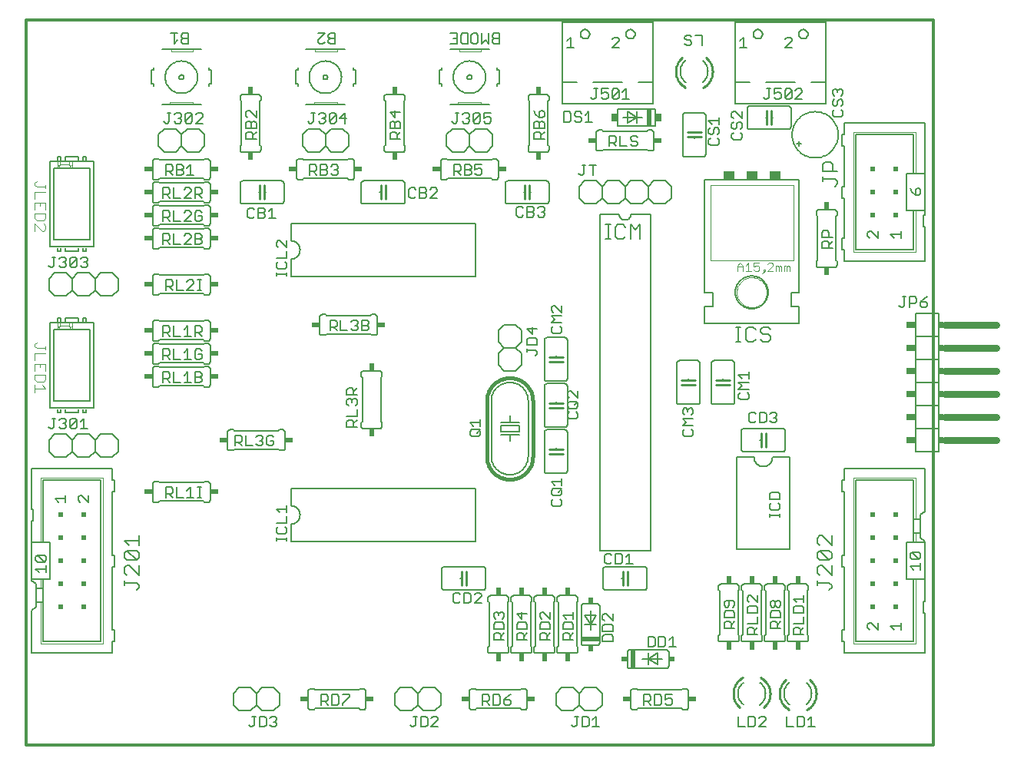
<source format=gto>
G75*
%MOIN*%
%OFA0B0*%
%FSLAX24Y24*%
%IPPOS*%
%LPD*%
%AMOC8*
5,1,8,0,0,1.08239X$1,22.5*
%
%ADD10C,0.0120*%
%ADD11C,0.0060*%
%ADD12C,0.0050*%
%ADD13C,0.0070*%
%ADD14C,0.0020*%
%ADD15R,0.0200X0.0200*%
%ADD16C,0.0040*%
%ADD17R,0.0500X0.0350*%
%ADD18C,0.0000*%
%ADD19C,0.0100*%
%ADD20R,0.0340X0.0240*%
%ADD21R,0.0240X0.0340*%
%ADD22C,0.0080*%
%ADD23C,0.0160*%
%ADD24R,0.0200X0.0800*%
%ADD25R,0.0250X0.0200*%
%ADD26R,0.0800X0.0200*%
%ADD27R,0.0200X0.0250*%
%ADD28R,0.0200X0.0736*%
%ADD29R,0.0250X0.0335*%
%ADD30C,0.0300*%
%ADD31R,0.0200X0.0300*%
%ADD32R,0.0400X0.0300*%
D10*
X013160Y000220D02*
X013160Y031716D01*
X052530Y031716D01*
X052530Y000220D01*
X013160Y000220D01*
D11*
X013410Y004220D02*
X016910Y004220D01*
X016910Y004720D01*
X017010Y004720D01*
X017010Y005220D01*
X016910Y005220D01*
X016910Y007970D01*
X017010Y007970D01*
X017010Y008470D01*
X016910Y008470D01*
X016910Y011220D01*
X017010Y011220D01*
X017010Y011720D01*
X016910Y011720D01*
X016910Y012220D01*
X013410Y012220D01*
X013410Y010470D01*
X013460Y010470D01*
X013460Y009970D01*
X013410Y009970D01*
X013410Y009020D01*
X013810Y009020D01*
X013910Y009020D01*
X013910Y011720D01*
X016410Y011720D01*
X016410Y004720D01*
X013910Y004720D01*
X013910Y006420D01*
X013910Y007020D01*
X013910Y007420D01*
X013810Y007420D01*
X013410Y007420D01*
X013410Y009020D01*
X013910Y009020D02*
X014210Y009020D01*
X014210Y007420D01*
X013910Y007420D01*
X013610Y007220D02*
X013610Y007020D01*
X013610Y006420D01*
X013810Y006420D01*
X013910Y006420D01*
X013610Y006420D02*
X013610Y006220D01*
X013410Y006070D01*
X013410Y004220D01*
X013610Y007020D02*
X013810Y007020D01*
X013910Y007020D01*
X013610Y007220D02*
X013410Y007370D01*
X013410Y007420D01*
X018660Y010870D02*
X018660Y011570D01*
X018662Y011587D01*
X018666Y011604D01*
X018673Y011620D01*
X018683Y011634D01*
X018696Y011647D01*
X018710Y011657D01*
X018726Y011664D01*
X018743Y011668D01*
X018760Y011670D01*
X018910Y011670D01*
X018960Y011620D01*
X020860Y011620D01*
X020910Y011670D01*
X021060Y011670D01*
X021077Y011668D01*
X021094Y011664D01*
X021110Y011657D01*
X021124Y011647D01*
X021137Y011634D01*
X021147Y011620D01*
X021154Y011604D01*
X021158Y011587D01*
X021160Y011570D01*
X021160Y010870D01*
X021158Y010853D01*
X021154Y010836D01*
X021147Y010820D01*
X021137Y010806D01*
X021124Y010793D01*
X021110Y010783D01*
X021094Y010776D01*
X021077Y010772D01*
X021060Y010770D01*
X020910Y010770D01*
X020860Y010820D01*
X018960Y010820D01*
X018910Y010770D01*
X018760Y010770D01*
X018743Y010772D01*
X018726Y010776D01*
X018710Y010783D01*
X018696Y010793D01*
X018683Y010806D01*
X018673Y010820D01*
X018666Y010836D01*
X018662Y010853D01*
X018660Y010870D01*
X016910Y012720D02*
X016410Y012720D01*
X016160Y012970D01*
X015910Y012720D01*
X015410Y012720D01*
X015160Y012970D01*
X014910Y012720D01*
X014410Y012720D01*
X014160Y012970D01*
X014160Y013470D01*
X014410Y013720D01*
X014910Y013720D01*
X015160Y013470D01*
X015410Y013720D01*
X015910Y013720D01*
X016160Y013470D01*
X016410Y013720D01*
X016910Y013720D01*
X017160Y013470D01*
X017160Y012970D01*
X016910Y012720D01*
X016160Y012970D02*
X016160Y013470D01*
X015160Y013470D02*
X015160Y012970D01*
X018660Y015870D02*
X018660Y016570D01*
X018662Y016587D01*
X018666Y016604D01*
X018673Y016620D01*
X018683Y016634D01*
X018696Y016647D01*
X018710Y016657D01*
X018726Y016664D01*
X018743Y016668D01*
X018760Y016670D01*
X018910Y016670D01*
X018960Y016620D01*
X020860Y016620D01*
X020910Y016670D01*
X021060Y016670D01*
X021060Y016770D02*
X020910Y016770D01*
X020860Y016820D01*
X018960Y016820D01*
X018910Y016770D01*
X018760Y016770D01*
X018743Y016772D01*
X018726Y016776D01*
X018710Y016783D01*
X018696Y016793D01*
X018683Y016806D01*
X018673Y016820D01*
X018666Y016836D01*
X018662Y016853D01*
X018660Y016870D01*
X018660Y017570D01*
X018662Y017587D01*
X018666Y017604D01*
X018673Y017620D01*
X018683Y017634D01*
X018696Y017647D01*
X018710Y017657D01*
X018726Y017664D01*
X018743Y017668D01*
X018760Y017670D01*
X018910Y017670D01*
X018960Y017620D01*
X020860Y017620D01*
X020910Y017670D01*
X021060Y017670D01*
X021077Y017668D01*
X021094Y017664D01*
X021110Y017657D01*
X021124Y017647D01*
X021137Y017634D01*
X021147Y017620D01*
X021154Y017604D01*
X021158Y017587D01*
X021160Y017570D01*
X021160Y016870D01*
X021158Y016853D01*
X021154Y016836D01*
X021147Y016820D01*
X021137Y016806D01*
X021124Y016793D01*
X021110Y016783D01*
X021094Y016776D01*
X021077Y016772D01*
X021060Y016770D01*
X021060Y016670D02*
X021077Y016668D01*
X021094Y016664D01*
X021110Y016657D01*
X021124Y016647D01*
X021137Y016634D01*
X021147Y016620D01*
X021154Y016604D01*
X021158Y016587D01*
X021160Y016570D01*
X021160Y015870D01*
X021158Y015853D01*
X021154Y015836D01*
X021147Y015820D01*
X021137Y015806D01*
X021124Y015793D01*
X021110Y015783D01*
X021094Y015776D01*
X021077Y015772D01*
X021060Y015770D01*
X020910Y015770D01*
X020860Y015820D01*
X018960Y015820D01*
X018910Y015770D01*
X018760Y015770D01*
X018743Y015772D01*
X018726Y015776D01*
X018710Y015783D01*
X018696Y015793D01*
X018683Y015806D01*
X018673Y015820D01*
X018666Y015836D01*
X018662Y015853D01*
X018660Y015870D01*
X018760Y017770D02*
X018910Y017770D01*
X018960Y017820D01*
X020860Y017820D01*
X020910Y017770D01*
X021060Y017770D01*
X021077Y017772D01*
X021094Y017776D01*
X021110Y017783D01*
X021124Y017793D01*
X021137Y017806D01*
X021147Y017820D01*
X021154Y017836D01*
X021158Y017853D01*
X021160Y017870D01*
X021160Y018570D01*
X021158Y018587D01*
X021154Y018604D01*
X021147Y018620D01*
X021137Y018634D01*
X021124Y018647D01*
X021110Y018657D01*
X021094Y018664D01*
X021077Y018668D01*
X021060Y018670D01*
X020910Y018670D01*
X020860Y018620D01*
X018960Y018620D01*
X018910Y018670D01*
X018760Y018670D01*
X018743Y018668D01*
X018726Y018664D01*
X018710Y018657D01*
X018696Y018647D01*
X018683Y018634D01*
X018673Y018620D01*
X018666Y018604D01*
X018662Y018587D01*
X018660Y018570D01*
X018660Y017870D01*
X018662Y017853D01*
X018666Y017836D01*
X018673Y017820D01*
X018683Y017806D01*
X018696Y017793D01*
X018710Y017783D01*
X018726Y017776D01*
X018743Y017772D01*
X018760Y017770D01*
X016910Y019720D02*
X016410Y019720D01*
X016160Y019970D01*
X015910Y019720D01*
X015410Y019720D01*
X015160Y019970D01*
X014910Y019720D01*
X014410Y019720D01*
X014160Y019970D01*
X014160Y020470D01*
X014410Y020720D01*
X014910Y020720D01*
X015160Y020470D01*
X015410Y020720D01*
X015910Y020720D01*
X016160Y020470D01*
X016410Y020720D01*
X016910Y020720D01*
X017160Y020470D01*
X017160Y019970D01*
X016910Y019720D01*
X016160Y019970D02*
X016160Y020470D01*
X015160Y020470D02*
X015160Y019970D01*
X018660Y019870D02*
X018660Y020570D01*
X018662Y020587D01*
X018666Y020604D01*
X018673Y020620D01*
X018683Y020634D01*
X018696Y020647D01*
X018710Y020657D01*
X018726Y020664D01*
X018743Y020668D01*
X018760Y020670D01*
X018910Y020670D01*
X018960Y020620D01*
X020860Y020620D01*
X020910Y020670D01*
X021060Y020670D01*
X021077Y020668D01*
X021094Y020664D01*
X021110Y020657D01*
X021124Y020647D01*
X021137Y020634D01*
X021147Y020620D01*
X021154Y020604D01*
X021158Y020587D01*
X021160Y020570D01*
X021160Y019870D01*
X021158Y019853D01*
X021154Y019836D01*
X021147Y019820D01*
X021137Y019806D01*
X021124Y019793D01*
X021110Y019783D01*
X021094Y019776D01*
X021077Y019772D01*
X021060Y019770D01*
X020910Y019770D01*
X020860Y019820D01*
X018960Y019820D01*
X018910Y019770D01*
X018760Y019770D01*
X018743Y019772D01*
X018726Y019776D01*
X018710Y019783D01*
X018696Y019793D01*
X018683Y019806D01*
X018673Y019820D01*
X018666Y019836D01*
X018662Y019853D01*
X018660Y019870D01*
X018760Y021770D02*
X018910Y021770D01*
X018960Y021820D01*
X020860Y021820D01*
X020910Y021770D01*
X021060Y021770D01*
X021077Y021772D01*
X021094Y021776D01*
X021110Y021783D01*
X021124Y021793D01*
X021137Y021806D01*
X021147Y021820D01*
X021154Y021836D01*
X021158Y021853D01*
X021160Y021870D01*
X021160Y022570D01*
X021158Y022587D01*
X021154Y022604D01*
X021147Y022620D01*
X021137Y022634D01*
X021124Y022647D01*
X021110Y022657D01*
X021094Y022664D01*
X021077Y022668D01*
X021060Y022670D01*
X020910Y022670D01*
X020860Y022620D01*
X018960Y022620D01*
X018910Y022670D01*
X018760Y022670D01*
X018743Y022668D01*
X018726Y022664D01*
X018710Y022657D01*
X018696Y022647D01*
X018683Y022634D01*
X018673Y022620D01*
X018666Y022604D01*
X018662Y022587D01*
X018660Y022570D01*
X018660Y021870D01*
X018662Y021853D01*
X018666Y021836D01*
X018673Y021820D01*
X018683Y021806D01*
X018696Y021793D01*
X018710Y021783D01*
X018726Y021776D01*
X018743Y021772D01*
X018760Y021770D01*
X018760Y022770D02*
X018910Y022770D01*
X018960Y022820D01*
X020860Y022820D01*
X020910Y022770D01*
X021060Y022770D01*
X021077Y022772D01*
X021094Y022776D01*
X021110Y022783D01*
X021124Y022793D01*
X021137Y022806D01*
X021147Y022820D01*
X021154Y022836D01*
X021158Y022853D01*
X021160Y022870D01*
X021160Y023570D01*
X021158Y023587D01*
X021154Y023604D01*
X021147Y023620D01*
X021137Y023634D01*
X021124Y023647D01*
X021110Y023657D01*
X021094Y023664D01*
X021077Y023668D01*
X021060Y023670D01*
X020910Y023670D01*
X020860Y023620D01*
X018960Y023620D01*
X018910Y023670D01*
X018760Y023670D01*
X018743Y023668D01*
X018726Y023664D01*
X018710Y023657D01*
X018696Y023647D01*
X018683Y023634D01*
X018673Y023620D01*
X018666Y023604D01*
X018662Y023587D01*
X018660Y023570D01*
X018660Y022870D01*
X018662Y022853D01*
X018666Y022836D01*
X018673Y022820D01*
X018683Y022806D01*
X018696Y022793D01*
X018710Y022783D01*
X018726Y022776D01*
X018743Y022772D01*
X018760Y022770D01*
X018760Y023770D02*
X018910Y023770D01*
X018960Y023820D01*
X020860Y023820D01*
X020910Y023770D01*
X021060Y023770D01*
X021077Y023772D01*
X021094Y023776D01*
X021110Y023783D01*
X021124Y023793D01*
X021137Y023806D01*
X021147Y023820D01*
X021154Y023836D01*
X021158Y023853D01*
X021160Y023870D01*
X021160Y024570D01*
X021158Y024587D01*
X021154Y024604D01*
X021147Y024620D01*
X021137Y024634D01*
X021124Y024647D01*
X021110Y024657D01*
X021094Y024664D01*
X021077Y024668D01*
X021060Y024670D01*
X020910Y024670D01*
X020860Y024620D01*
X018960Y024620D01*
X018910Y024670D01*
X018760Y024670D01*
X018743Y024668D01*
X018726Y024664D01*
X018710Y024657D01*
X018696Y024647D01*
X018683Y024634D01*
X018673Y024620D01*
X018666Y024604D01*
X018662Y024587D01*
X018660Y024570D01*
X018660Y023870D01*
X018662Y023853D01*
X018666Y023836D01*
X018673Y023820D01*
X018683Y023806D01*
X018696Y023793D01*
X018710Y023783D01*
X018726Y023776D01*
X018743Y023772D01*
X018760Y023770D01*
X018760Y024770D02*
X018910Y024770D01*
X018960Y024820D01*
X020860Y024820D01*
X020910Y024770D01*
X021060Y024770D01*
X021077Y024772D01*
X021094Y024776D01*
X021110Y024783D01*
X021124Y024793D01*
X021137Y024806D01*
X021147Y024820D01*
X021154Y024836D01*
X021158Y024853D01*
X021160Y024870D01*
X021160Y025570D01*
X021158Y025587D01*
X021154Y025604D01*
X021147Y025620D01*
X021137Y025634D01*
X021124Y025647D01*
X021110Y025657D01*
X021094Y025664D01*
X021077Y025668D01*
X021060Y025670D01*
X020910Y025670D01*
X020860Y025620D01*
X018960Y025620D01*
X018910Y025670D01*
X018760Y025670D01*
X018743Y025668D01*
X018726Y025664D01*
X018710Y025657D01*
X018696Y025647D01*
X018683Y025634D01*
X018673Y025620D01*
X018666Y025604D01*
X018662Y025587D01*
X018660Y025570D01*
X018660Y024870D01*
X018662Y024853D01*
X018666Y024836D01*
X018673Y024820D01*
X018683Y024806D01*
X018696Y024793D01*
X018710Y024783D01*
X018726Y024776D01*
X018743Y024772D01*
X018760Y024770D01*
X019160Y025970D02*
X019660Y025970D01*
X019910Y026220D01*
X020160Y025970D01*
X020660Y025970D01*
X020910Y026220D01*
X020910Y026720D01*
X020660Y026970D01*
X020160Y026970D01*
X019910Y026720D01*
X019910Y026220D01*
X019910Y026720D02*
X019660Y026970D01*
X019160Y026970D01*
X018910Y026720D01*
X018910Y026220D01*
X019160Y025970D01*
X019060Y028020D02*
X019410Y028020D01*
X020410Y028020D01*
X020760Y028020D01*
X021110Y028820D02*
X021110Y028920D01*
X021210Y028920D01*
X021210Y029520D01*
X021110Y029520D01*
X021110Y029620D01*
X020760Y030420D02*
X020410Y030420D01*
X019460Y030420D01*
X019060Y030420D01*
X018710Y029620D02*
X018710Y029520D01*
X018610Y029520D01*
X018610Y028920D01*
X018710Y028920D01*
X018710Y028820D01*
X019810Y029220D02*
X019812Y029240D01*
X019818Y029258D01*
X019827Y029276D01*
X019839Y029291D01*
X019854Y029303D01*
X019872Y029312D01*
X019890Y029318D01*
X019910Y029320D01*
X019930Y029318D01*
X019948Y029312D01*
X019966Y029303D01*
X019981Y029291D01*
X019993Y029276D01*
X020002Y029258D01*
X020008Y029240D01*
X020010Y029220D01*
X020008Y029200D01*
X020002Y029182D01*
X019993Y029164D01*
X019981Y029149D01*
X019966Y029137D01*
X019948Y029128D01*
X019930Y029122D01*
X019910Y029120D01*
X019890Y029122D01*
X019872Y029128D01*
X019854Y029137D01*
X019839Y029149D01*
X019827Y029164D01*
X019818Y029182D01*
X019812Y029200D01*
X019810Y029220D01*
X019210Y029220D02*
X019212Y029272D01*
X019218Y029324D01*
X019228Y029376D01*
X019241Y029426D01*
X019258Y029476D01*
X019279Y029524D01*
X019304Y029570D01*
X019332Y029614D01*
X019363Y029656D01*
X019397Y029696D01*
X019434Y029733D01*
X019474Y029767D01*
X019516Y029798D01*
X019560Y029826D01*
X019606Y029851D01*
X019654Y029872D01*
X019704Y029889D01*
X019754Y029902D01*
X019806Y029912D01*
X019858Y029918D01*
X019910Y029920D01*
X019962Y029918D01*
X020014Y029912D01*
X020066Y029902D01*
X020116Y029889D01*
X020166Y029872D01*
X020214Y029851D01*
X020260Y029826D01*
X020304Y029798D01*
X020346Y029767D01*
X020386Y029733D01*
X020423Y029696D01*
X020457Y029656D01*
X020488Y029614D01*
X020516Y029570D01*
X020541Y029524D01*
X020562Y029476D01*
X020579Y029426D01*
X020592Y029376D01*
X020602Y029324D01*
X020608Y029272D01*
X020610Y029220D01*
X020608Y029168D01*
X020602Y029116D01*
X020592Y029064D01*
X020579Y029014D01*
X020562Y028964D01*
X020541Y028916D01*
X020516Y028870D01*
X020488Y028826D01*
X020457Y028784D01*
X020423Y028744D01*
X020386Y028707D01*
X020346Y028673D01*
X020304Y028642D01*
X020260Y028614D01*
X020214Y028589D01*
X020166Y028568D01*
X020116Y028551D01*
X020066Y028538D01*
X020014Y028528D01*
X019962Y028522D01*
X019910Y028520D01*
X019858Y028522D01*
X019806Y028528D01*
X019754Y028538D01*
X019704Y028551D01*
X019654Y028568D01*
X019606Y028589D01*
X019560Y028614D01*
X019516Y028642D01*
X019474Y028673D01*
X019434Y028707D01*
X019397Y028744D01*
X019363Y028784D01*
X019332Y028826D01*
X019304Y028870D01*
X019279Y028916D01*
X019258Y028964D01*
X019241Y029014D01*
X019228Y029064D01*
X019218Y029116D01*
X019212Y029168D01*
X019210Y029220D01*
X022460Y028370D02*
X022460Y028220D01*
X022510Y028170D01*
X022510Y026270D01*
X022460Y026220D01*
X022460Y026070D01*
X022462Y026053D01*
X022466Y026036D01*
X022473Y026020D01*
X022483Y026006D01*
X022496Y025993D01*
X022510Y025983D01*
X022526Y025976D01*
X022543Y025972D01*
X022560Y025970D01*
X023260Y025970D01*
X023277Y025972D01*
X023294Y025976D01*
X023310Y025983D01*
X023324Y025993D01*
X023337Y026006D01*
X023347Y026020D01*
X023354Y026036D01*
X023358Y026053D01*
X023360Y026070D01*
X023360Y026220D01*
X023310Y026270D01*
X023310Y028170D01*
X023360Y028220D01*
X023360Y028370D01*
X023358Y028387D01*
X023354Y028404D01*
X023347Y028420D01*
X023337Y028434D01*
X023324Y028447D01*
X023310Y028457D01*
X023294Y028464D01*
X023277Y028468D01*
X023260Y028470D01*
X022560Y028470D01*
X022543Y028468D01*
X022526Y028464D01*
X022510Y028457D01*
X022496Y028447D01*
X022483Y028434D01*
X022473Y028420D01*
X022466Y028404D01*
X022462Y028387D01*
X022460Y028370D01*
X024860Y028920D02*
X024960Y028920D01*
X024960Y028820D01*
X024860Y028920D02*
X024860Y029520D01*
X024960Y029520D01*
X024960Y029620D01*
X025310Y030420D02*
X025710Y030420D01*
X026660Y030420D01*
X027010Y030420D01*
X027360Y029620D02*
X027360Y029520D01*
X027460Y029520D01*
X027460Y028920D01*
X027360Y028920D01*
X027360Y028820D01*
X027010Y028020D02*
X026660Y028020D01*
X025660Y028020D01*
X025310Y028020D01*
X025410Y026970D02*
X025160Y026720D01*
X025160Y026220D01*
X025410Y025970D01*
X025910Y025970D01*
X026160Y026220D01*
X026410Y025970D01*
X026910Y025970D01*
X027160Y026220D01*
X027160Y026720D01*
X026910Y026970D01*
X026410Y026970D01*
X026160Y026720D01*
X026160Y026220D01*
X026160Y026720D02*
X025910Y026970D01*
X025410Y026970D01*
X025160Y025670D02*
X025210Y025620D01*
X027110Y025620D01*
X027160Y025670D01*
X027310Y025670D01*
X027327Y025668D01*
X027344Y025664D01*
X027360Y025657D01*
X027374Y025647D01*
X027387Y025634D01*
X027397Y025620D01*
X027404Y025604D01*
X027408Y025587D01*
X027410Y025570D01*
X027410Y024870D01*
X027408Y024853D01*
X027404Y024836D01*
X027397Y024820D01*
X027387Y024806D01*
X027374Y024793D01*
X027360Y024783D01*
X027344Y024776D01*
X027327Y024772D01*
X027310Y024770D01*
X027160Y024770D01*
X027110Y024820D01*
X025210Y024820D01*
X025160Y024770D01*
X025010Y024770D01*
X024993Y024772D01*
X024976Y024776D01*
X024960Y024783D01*
X024946Y024793D01*
X024933Y024806D01*
X024923Y024820D01*
X024916Y024836D01*
X024912Y024853D01*
X024910Y024870D01*
X024910Y025570D01*
X024912Y025587D01*
X024916Y025604D01*
X024923Y025620D01*
X024933Y025634D01*
X024946Y025647D01*
X024960Y025657D01*
X024976Y025664D01*
X024993Y025668D01*
X025010Y025670D01*
X025160Y025670D01*
X024260Y024720D02*
X022560Y024720D01*
X022543Y024718D01*
X022526Y024714D01*
X022510Y024707D01*
X022496Y024697D01*
X022483Y024684D01*
X022473Y024670D01*
X022466Y024654D01*
X022462Y024637D01*
X022460Y024620D01*
X022460Y023820D01*
X022462Y023803D01*
X022466Y023786D01*
X022473Y023770D01*
X022483Y023756D01*
X022496Y023743D01*
X022510Y023733D01*
X022526Y023726D01*
X022543Y023722D01*
X022560Y023720D01*
X024260Y023720D01*
X024277Y023722D01*
X024294Y023726D01*
X024310Y023733D01*
X024324Y023743D01*
X024337Y023756D01*
X024347Y023770D01*
X024354Y023786D01*
X024358Y023803D01*
X024360Y023820D01*
X024360Y024620D01*
X024358Y024637D01*
X024354Y024654D01*
X024347Y024670D01*
X024337Y024684D01*
X024324Y024697D01*
X024310Y024707D01*
X024294Y024714D01*
X024277Y024718D01*
X024260Y024720D01*
X023560Y024220D02*
X023510Y024220D01*
X023310Y024220D02*
X023260Y024220D01*
X024660Y022870D02*
X024660Y022120D01*
X024699Y022118D01*
X024738Y022112D01*
X024776Y022103D01*
X024813Y022090D01*
X024849Y022073D01*
X024882Y022053D01*
X024914Y022029D01*
X024943Y022003D01*
X024969Y021974D01*
X024993Y021942D01*
X025013Y021909D01*
X025030Y021873D01*
X025043Y021836D01*
X025052Y021798D01*
X025058Y021759D01*
X025060Y021720D01*
X025058Y021681D01*
X025052Y021642D01*
X025043Y021604D01*
X025030Y021567D01*
X025013Y021531D01*
X024993Y021498D01*
X024969Y021466D01*
X024943Y021437D01*
X024914Y021411D01*
X024882Y021387D01*
X024849Y021367D01*
X024813Y021350D01*
X024776Y021337D01*
X024738Y021328D01*
X024699Y021322D01*
X024660Y021320D01*
X024660Y020570D01*
X032660Y020570D01*
X032660Y022870D01*
X024660Y022870D01*
X027710Y023820D02*
X027710Y024620D01*
X027712Y024637D01*
X027716Y024654D01*
X027723Y024670D01*
X027733Y024684D01*
X027746Y024697D01*
X027760Y024707D01*
X027776Y024714D01*
X027793Y024718D01*
X027810Y024720D01*
X029510Y024720D01*
X029527Y024718D01*
X029544Y024714D01*
X029560Y024707D01*
X029574Y024697D01*
X029587Y024684D01*
X029597Y024670D01*
X029604Y024654D01*
X029608Y024637D01*
X029610Y024620D01*
X029610Y023820D01*
X029608Y023803D01*
X029604Y023786D01*
X029597Y023770D01*
X029587Y023756D01*
X029574Y023743D01*
X029560Y023733D01*
X029544Y023726D01*
X029527Y023722D01*
X029510Y023720D01*
X027810Y023720D01*
X027793Y023722D01*
X027776Y023726D01*
X027760Y023733D01*
X027746Y023743D01*
X027733Y023756D01*
X027723Y023770D01*
X027716Y023786D01*
X027712Y023803D01*
X027710Y023820D01*
X028510Y024220D02*
X028560Y024220D01*
X028760Y024220D02*
X028810Y024220D01*
X028810Y025970D02*
X029510Y025970D01*
X029527Y025972D01*
X029544Y025976D01*
X029560Y025983D01*
X029574Y025993D01*
X029587Y026006D01*
X029597Y026020D01*
X029604Y026036D01*
X029608Y026053D01*
X029610Y026070D01*
X029610Y026220D01*
X029560Y026270D01*
X029560Y028170D01*
X029610Y028220D01*
X029610Y028370D01*
X029608Y028387D01*
X029604Y028404D01*
X029597Y028420D01*
X029587Y028434D01*
X029574Y028447D01*
X029560Y028457D01*
X029544Y028464D01*
X029527Y028468D01*
X029510Y028470D01*
X028810Y028470D01*
X028793Y028468D01*
X028776Y028464D01*
X028760Y028457D01*
X028746Y028447D01*
X028733Y028434D01*
X028723Y028420D01*
X028716Y028404D01*
X028712Y028387D01*
X028710Y028370D01*
X028710Y028220D01*
X028760Y028170D01*
X028760Y026270D01*
X028710Y026220D01*
X028710Y026070D01*
X028712Y026053D01*
X028716Y026036D01*
X028723Y026020D01*
X028733Y026006D01*
X028746Y025993D01*
X028760Y025983D01*
X028776Y025976D01*
X028793Y025972D01*
X028810Y025970D01*
X031160Y025570D02*
X031160Y024870D01*
X031162Y024853D01*
X031166Y024836D01*
X031173Y024820D01*
X031183Y024806D01*
X031196Y024793D01*
X031210Y024783D01*
X031226Y024776D01*
X031243Y024772D01*
X031260Y024770D01*
X031410Y024770D01*
X031460Y024820D01*
X033360Y024820D01*
X033410Y024770D01*
X033560Y024770D01*
X033577Y024772D01*
X033594Y024776D01*
X033610Y024783D01*
X033624Y024793D01*
X033637Y024806D01*
X033647Y024820D01*
X033654Y024836D01*
X033658Y024853D01*
X033660Y024870D01*
X033660Y025570D01*
X033658Y025587D01*
X033654Y025604D01*
X033647Y025620D01*
X033637Y025634D01*
X033624Y025647D01*
X033610Y025657D01*
X033594Y025664D01*
X033577Y025668D01*
X033560Y025670D01*
X033410Y025670D01*
X033360Y025620D01*
X031460Y025620D01*
X031410Y025670D01*
X031260Y025670D01*
X031243Y025668D01*
X031226Y025664D01*
X031210Y025657D01*
X031196Y025647D01*
X031183Y025634D01*
X031173Y025620D01*
X031166Y025604D01*
X031162Y025587D01*
X031160Y025570D01*
X031660Y025970D02*
X032160Y025970D01*
X032410Y026220D01*
X032660Y025970D01*
X033160Y025970D01*
X033410Y026220D01*
X033410Y026720D01*
X033160Y026970D01*
X032660Y026970D01*
X032410Y026720D01*
X032410Y026220D01*
X032410Y026720D02*
X032160Y026970D01*
X031660Y026970D01*
X031410Y026720D01*
X031410Y026220D01*
X031660Y025970D01*
X033960Y024620D02*
X033960Y023820D01*
X033962Y023803D01*
X033966Y023786D01*
X033973Y023770D01*
X033983Y023756D01*
X033996Y023743D01*
X034010Y023733D01*
X034026Y023726D01*
X034043Y023722D01*
X034060Y023720D01*
X035760Y023720D01*
X035777Y023722D01*
X035794Y023726D01*
X035810Y023733D01*
X035824Y023743D01*
X035837Y023756D01*
X035847Y023770D01*
X035854Y023786D01*
X035858Y023803D01*
X035860Y023820D01*
X035860Y024620D01*
X035858Y024637D01*
X035854Y024654D01*
X035847Y024670D01*
X035837Y024684D01*
X035824Y024697D01*
X035810Y024707D01*
X035794Y024714D01*
X035777Y024718D01*
X035760Y024720D01*
X034060Y024720D01*
X034043Y024718D01*
X034026Y024714D01*
X034010Y024707D01*
X033996Y024697D01*
X033983Y024684D01*
X033973Y024670D01*
X033966Y024654D01*
X033962Y024637D01*
X033960Y024620D01*
X034760Y024220D02*
X034810Y024220D01*
X035010Y024220D02*
X035060Y024220D01*
X035060Y025970D02*
X035760Y025970D01*
X035777Y025972D01*
X035794Y025976D01*
X035810Y025983D01*
X035824Y025993D01*
X035837Y026006D01*
X035847Y026020D01*
X035854Y026036D01*
X035858Y026053D01*
X035860Y026070D01*
X035860Y026220D01*
X035810Y026270D01*
X035810Y028170D01*
X035860Y028220D01*
X035860Y028370D01*
X035858Y028387D01*
X035854Y028404D01*
X035847Y028420D01*
X035837Y028434D01*
X035824Y028447D01*
X035810Y028457D01*
X035794Y028464D01*
X035777Y028468D01*
X035760Y028470D01*
X035060Y028470D01*
X035043Y028468D01*
X035026Y028464D01*
X035010Y028457D01*
X034996Y028447D01*
X034983Y028434D01*
X034973Y028420D01*
X034966Y028404D01*
X034962Y028387D01*
X034960Y028370D01*
X034960Y028220D01*
X035010Y028170D01*
X035010Y026270D01*
X034960Y026220D01*
X034960Y026070D01*
X034962Y026053D01*
X034966Y026036D01*
X034973Y026020D01*
X034983Y026006D01*
X034996Y025993D01*
X035010Y025983D01*
X035026Y025976D01*
X035043Y025972D01*
X035060Y025970D01*
X037160Y024470D02*
X037160Y023970D01*
X037410Y023720D01*
X037910Y023720D01*
X038160Y023970D01*
X038410Y023720D01*
X038910Y023720D01*
X039160Y023970D01*
X039160Y024470D01*
X038910Y024720D01*
X038410Y024720D01*
X038160Y024470D01*
X038160Y023970D01*
X038160Y024470D02*
X037910Y024720D01*
X037410Y024720D01*
X037160Y024470D01*
X038060Y023270D02*
X038060Y008670D01*
X040260Y008670D01*
X040260Y023270D01*
X039410Y023270D01*
X039408Y023240D01*
X039403Y023210D01*
X039394Y023181D01*
X039381Y023154D01*
X039366Y023128D01*
X039347Y023104D01*
X039326Y023083D01*
X039302Y023064D01*
X039276Y023049D01*
X039249Y023036D01*
X039220Y023027D01*
X039190Y023022D01*
X039160Y023020D01*
X039130Y023022D01*
X039100Y023027D01*
X039071Y023036D01*
X039044Y023049D01*
X039018Y023064D01*
X038994Y023083D01*
X038973Y023104D01*
X038954Y023128D01*
X038939Y023154D01*
X038926Y023181D01*
X038917Y023210D01*
X038912Y023240D01*
X038910Y023270D01*
X038060Y023270D01*
X039160Y023970D02*
X039410Y023720D01*
X039910Y023720D01*
X040160Y023970D01*
X040410Y023720D01*
X040910Y023720D01*
X041160Y023970D01*
X041160Y024470D01*
X040910Y024720D01*
X040410Y024720D01*
X040160Y024470D01*
X040160Y023970D01*
X040160Y024470D02*
X039910Y024720D01*
X039410Y024720D01*
X039160Y024470D01*
X038160Y026020D02*
X038010Y026020D01*
X037993Y026022D01*
X037976Y026026D01*
X037960Y026033D01*
X037946Y026043D01*
X037933Y026056D01*
X037923Y026070D01*
X037916Y026086D01*
X037912Y026103D01*
X037910Y026120D01*
X037910Y026820D01*
X037912Y026837D01*
X037916Y026854D01*
X037923Y026870D01*
X037933Y026884D01*
X037946Y026897D01*
X037960Y026907D01*
X037976Y026914D01*
X037993Y026918D01*
X038010Y026920D01*
X038160Y026920D01*
X038210Y026870D01*
X040110Y026870D01*
X040160Y026920D01*
X040310Y026920D01*
X040327Y026918D01*
X040344Y026914D01*
X040360Y026907D01*
X040374Y026897D01*
X040387Y026884D01*
X040397Y026870D01*
X040404Y026854D01*
X040408Y026837D01*
X040410Y026820D01*
X040410Y026120D01*
X040408Y026103D01*
X040404Y026086D01*
X040397Y026070D01*
X040387Y026056D01*
X040374Y026043D01*
X040360Y026033D01*
X040344Y026026D01*
X040327Y026022D01*
X040310Y026020D01*
X040160Y026020D01*
X040110Y026070D01*
X038210Y026070D01*
X038160Y026020D01*
X038841Y027108D02*
X040480Y027108D01*
X040480Y027832D01*
X038841Y027832D01*
X038841Y027108D01*
X039060Y027470D02*
X039660Y027470D01*
X039660Y027720D01*
X039660Y027470D02*
X039660Y027220D01*
X039660Y027470D02*
X039260Y027220D01*
X039260Y027720D01*
X039660Y027470D01*
X039910Y027470D01*
X040376Y028070D02*
X040376Y029010D01*
X040376Y031610D01*
X036446Y031610D01*
X036446Y031690D01*
X040376Y031690D01*
X040376Y031610D01*
X039196Y031090D02*
X039198Y031118D01*
X039204Y031145D01*
X039213Y031171D01*
X039226Y031196D01*
X039243Y031219D01*
X039262Y031239D01*
X039284Y031256D01*
X039308Y031270D01*
X039334Y031280D01*
X039361Y031287D01*
X039389Y031290D01*
X039417Y031289D01*
X039444Y031284D01*
X039471Y031275D01*
X039496Y031263D01*
X039519Y031248D01*
X039540Y031229D01*
X039558Y031208D01*
X039573Y031184D01*
X039584Y031158D01*
X039592Y031132D01*
X039596Y031104D01*
X039596Y031076D01*
X039592Y031048D01*
X039584Y031022D01*
X039573Y030996D01*
X039558Y030972D01*
X039540Y030951D01*
X039519Y030932D01*
X039496Y030917D01*
X039471Y030905D01*
X039444Y030896D01*
X039417Y030891D01*
X039389Y030890D01*
X039361Y030893D01*
X039334Y030900D01*
X039308Y030910D01*
X039284Y030924D01*
X039262Y030941D01*
X039243Y030961D01*
X039226Y030984D01*
X039213Y031009D01*
X039204Y031035D01*
X039198Y031062D01*
X039196Y031090D01*
X037226Y031090D02*
X037228Y031118D01*
X037234Y031145D01*
X037243Y031171D01*
X037256Y031196D01*
X037273Y031219D01*
X037292Y031239D01*
X037314Y031256D01*
X037338Y031270D01*
X037364Y031280D01*
X037391Y031287D01*
X037419Y031290D01*
X037447Y031289D01*
X037474Y031284D01*
X037501Y031275D01*
X037526Y031263D01*
X037549Y031248D01*
X037570Y031229D01*
X037588Y031208D01*
X037603Y031184D01*
X037614Y031158D01*
X037622Y031132D01*
X037626Y031104D01*
X037626Y031076D01*
X037622Y031048D01*
X037614Y031022D01*
X037603Y030996D01*
X037588Y030972D01*
X037570Y030951D01*
X037549Y030932D01*
X037526Y030917D01*
X037501Y030905D01*
X037474Y030896D01*
X037447Y030891D01*
X037419Y030890D01*
X037391Y030893D01*
X037364Y030900D01*
X037338Y030910D01*
X037314Y030924D01*
X037292Y030941D01*
X037273Y030961D01*
X037256Y030984D01*
X037243Y031009D01*
X037234Y031035D01*
X037228Y031062D01*
X037226Y031090D01*
X036446Y031610D02*
X036446Y029010D01*
X037076Y029010D01*
X036446Y029010D02*
X036446Y028070D01*
X040376Y028070D01*
X040376Y029010D02*
X039746Y029010D01*
X039046Y029010D02*
X037776Y029010D01*
X033710Y028920D02*
X033710Y029520D01*
X033610Y029520D01*
X033610Y029620D01*
X033260Y030420D02*
X032910Y030420D01*
X031960Y030420D01*
X031560Y030420D01*
X031210Y029620D02*
X031210Y029520D01*
X031110Y029520D01*
X031110Y028920D01*
X031210Y028920D01*
X031210Y028820D01*
X031560Y028020D02*
X031910Y028020D01*
X032910Y028020D01*
X033260Y028020D01*
X033610Y028820D02*
X033610Y028920D01*
X033710Y028920D01*
X032310Y029220D02*
X032312Y029240D01*
X032318Y029258D01*
X032327Y029276D01*
X032339Y029291D01*
X032354Y029303D01*
X032372Y029312D01*
X032390Y029318D01*
X032410Y029320D01*
X032430Y029318D01*
X032448Y029312D01*
X032466Y029303D01*
X032481Y029291D01*
X032493Y029276D01*
X032502Y029258D01*
X032508Y029240D01*
X032510Y029220D01*
X032508Y029200D01*
X032502Y029182D01*
X032493Y029164D01*
X032481Y029149D01*
X032466Y029137D01*
X032448Y029128D01*
X032430Y029122D01*
X032410Y029120D01*
X032390Y029122D01*
X032372Y029128D01*
X032354Y029137D01*
X032339Y029149D01*
X032327Y029164D01*
X032318Y029182D01*
X032312Y029200D01*
X032310Y029220D01*
X031710Y029220D02*
X031712Y029272D01*
X031718Y029324D01*
X031728Y029376D01*
X031741Y029426D01*
X031758Y029476D01*
X031779Y029524D01*
X031804Y029570D01*
X031832Y029614D01*
X031863Y029656D01*
X031897Y029696D01*
X031934Y029733D01*
X031974Y029767D01*
X032016Y029798D01*
X032060Y029826D01*
X032106Y029851D01*
X032154Y029872D01*
X032204Y029889D01*
X032254Y029902D01*
X032306Y029912D01*
X032358Y029918D01*
X032410Y029920D01*
X032462Y029918D01*
X032514Y029912D01*
X032566Y029902D01*
X032616Y029889D01*
X032666Y029872D01*
X032714Y029851D01*
X032760Y029826D01*
X032804Y029798D01*
X032846Y029767D01*
X032886Y029733D01*
X032923Y029696D01*
X032957Y029656D01*
X032988Y029614D01*
X033016Y029570D01*
X033041Y029524D01*
X033062Y029476D01*
X033079Y029426D01*
X033092Y029376D01*
X033102Y029324D01*
X033108Y029272D01*
X033110Y029220D01*
X033108Y029168D01*
X033102Y029116D01*
X033092Y029064D01*
X033079Y029014D01*
X033062Y028964D01*
X033041Y028916D01*
X033016Y028870D01*
X032988Y028826D01*
X032957Y028784D01*
X032923Y028744D01*
X032886Y028707D01*
X032846Y028673D01*
X032804Y028642D01*
X032760Y028614D01*
X032714Y028589D01*
X032666Y028568D01*
X032616Y028551D01*
X032566Y028538D01*
X032514Y028528D01*
X032462Y028522D01*
X032410Y028520D01*
X032358Y028522D01*
X032306Y028528D01*
X032254Y028538D01*
X032204Y028551D01*
X032154Y028568D01*
X032106Y028589D01*
X032060Y028614D01*
X032016Y028642D01*
X031974Y028673D01*
X031934Y028707D01*
X031897Y028744D01*
X031863Y028784D01*
X031832Y028826D01*
X031804Y028870D01*
X031779Y028916D01*
X031758Y028964D01*
X031741Y029014D01*
X031728Y029064D01*
X031718Y029116D01*
X031712Y029168D01*
X031710Y029220D01*
X026060Y029220D02*
X026062Y029240D01*
X026068Y029258D01*
X026077Y029276D01*
X026089Y029291D01*
X026104Y029303D01*
X026122Y029312D01*
X026140Y029318D01*
X026160Y029320D01*
X026180Y029318D01*
X026198Y029312D01*
X026216Y029303D01*
X026231Y029291D01*
X026243Y029276D01*
X026252Y029258D01*
X026258Y029240D01*
X026260Y029220D01*
X026258Y029200D01*
X026252Y029182D01*
X026243Y029164D01*
X026231Y029149D01*
X026216Y029137D01*
X026198Y029128D01*
X026180Y029122D01*
X026160Y029120D01*
X026140Y029122D01*
X026122Y029128D01*
X026104Y029137D01*
X026089Y029149D01*
X026077Y029164D01*
X026068Y029182D01*
X026062Y029200D01*
X026060Y029220D01*
X025460Y029220D02*
X025462Y029272D01*
X025468Y029324D01*
X025478Y029376D01*
X025491Y029426D01*
X025508Y029476D01*
X025529Y029524D01*
X025554Y029570D01*
X025582Y029614D01*
X025613Y029656D01*
X025647Y029696D01*
X025684Y029733D01*
X025724Y029767D01*
X025766Y029798D01*
X025810Y029826D01*
X025856Y029851D01*
X025904Y029872D01*
X025954Y029889D01*
X026004Y029902D01*
X026056Y029912D01*
X026108Y029918D01*
X026160Y029920D01*
X026212Y029918D01*
X026264Y029912D01*
X026316Y029902D01*
X026366Y029889D01*
X026416Y029872D01*
X026464Y029851D01*
X026510Y029826D01*
X026554Y029798D01*
X026596Y029767D01*
X026636Y029733D01*
X026673Y029696D01*
X026707Y029656D01*
X026738Y029614D01*
X026766Y029570D01*
X026791Y029524D01*
X026812Y029476D01*
X026829Y029426D01*
X026842Y029376D01*
X026852Y029324D01*
X026858Y029272D01*
X026860Y029220D01*
X026858Y029168D01*
X026852Y029116D01*
X026842Y029064D01*
X026829Y029014D01*
X026812Y028964D01*
X026791Y028916D01*
X026766Y028870D01*
X026738Y028826D01*
X026707Y028784D01*
X026673Y028744D01*
X026636Y028707D01*
X026596Y028673D01*
X026554Y028642D01*
X026510Y028614D01*
X026464Y028589D01*
X026416Y028568D01*
X026366Y028551D01*
X026316Y028538D01*
X026264Y028528D01*
X026212Y028522D01*
X026160Y028520D01*
X026108Y028522D01*
X026056Y028528D01*
X026004Y028538D01*
X025954Y028551D01*
X025904Y028568D01*
X025856Y028589D01*
X025810Y028614D01*
X025766Y028642D01*
X025724Y028673D01*
X025684Y028707D01*
X025647Y028744D01*
X025613Y028784D01*
X025582Y028826D01*
X025554Y028870D01*
X025529Y028916D01*
X025508Y028964D01*
X025491Y029014D01*
X025478Y029064D01*
X025468Y029116D01*
X025462Y029168D01*
X025460Y029220D01*
X026010Y018920D02*
X026160Y018920D01*
X026210Y018870D01*
X028110Y018870D01*
X028160Y018920D01*
X028310Y018920D01*
X028327Y018918D01*
X028344Y018914D01*
X028360Y018907D01*
X028374Y018897D01*
X028387Y018884D01*
X028397Y018870D01*
X028404Y018854D01*
X028408Y018837D01*
X028410Y018820D01*
X028410Y018120D01*
X028408Y018103D01*
X028404Y018086D01*
X028397Y018070D01*
X028387Y018056D01*
X028374Y018043D01*
X028360Y018033D01*
X028344Y018026D01*
X028327Y018022D01*
X028310Y018020D01*
X028160Y018020D01*
X028110Y018070D01*
X026210Y018070D01*
X026160Y018020D01*
X026010Y018020D01*
X025993Y018022D01*
X025976Y018026D01*
X025960Y018033D01*
X025946Y018043D01*
X025933Y018056D01*
X025923Y018070D01*
X025916Y018086D01*
X025912Y018103D01*
X025910Y018120D01*
X025910Y018820D01*
X025912Y018837D01*
X025916Y018854D01*
X025923Y018870D01*
X025933Y018884D01*
X025946Y018897D01*
X025960Y018907D01*
X025976Y018914D01*
X025993Y018918D01*
X026010Y018920D01*
X027810Y016470D02*
X028510Y016470D01*
X028527Y016468D01*
X028544Y016464D01*
X028560Y016457D01*
X028574Y016447D01*
X028587Y016434D01*
X028597Y016420D01*
X028604Y016404D01*
X028608Y016387D01*
X028610Y016370D01*
X028610Y016220D01*
X028560Y016170D01*
X028560Y014270D01*
X028610Y014220D01*
X028610Y014070D01*
X028608Y014053D01*
X028604Y014036D01*
X028597Y014020D01*
X028587Y014006D01*
X028574Y013993D01*
X028560Y013983D01*
X028544Y013976D01*
X028527Y013972D01*
X028510Y013970D01*
X027810Y013970D01*
X027793Y013972D01*
X027776Y013976D01*
X027760Y013983D01*
X027746Y013993D01*
X027733Y014006D01*
X027723Y014020D01*
X027716Y014036D01*
X027712Y014053D01*
X027710Y014070D01*
X027710Y014220D01*
X027760Y014270D01*
X027760Y016170D01*
X027710Y016220D01*
X027710Y016370D01*
X027712Y016387D01*
X027716Y016404D01*
X027723Y016420D01*
X027733Y016434D01*
X027746Y016447D01*
X027760Y016457D01*
X027776Y016464D01*
X027793Y016468D01*
X027810Y016470D01*
X024410Y013820D02*
X024410Y013120D01*
X024408Y013103D01*
X024404Y013086D01*
X024397Y013070D01*
X024387Y013056D01*
X024374Y013043D01*
X024360Y013033D01*
X024344Y013026D01*
X024327Y013022D01*
X024310Y013020D01*
X024160Y013020D01*
X024110Y013070D01*
X022210Y013070D01*
X022160Y013020D01*
X022010Y013020D01*
X021993Y013022D01*
X021976Y013026D01*
X021960Y013033D01*
X021946Y013043D01*
X021933Y013056D01*
X021923Y013070D01*
X021916Y013086D01*
X021912Y013103D01*
X021910Y013120D01*
X021910Y013820D01*
X021912Y013837D01*
X021916Y013854D01*
X021923Y013870D01*
X021933Y013884D01*
X021946Y013897D01*
X021960Y013907D01*
X021976Y013914D01*
X021993Y013918D01*
X022010Y013920D01*
X022160Y013920D01*
X022210Y013870D01*
X024110Y013870D01*
X024160Y013920D01*
X024310Y013920D01*
X024327Y013918D01*
X024344Y013914D01*
X024360Y013907D01*
X024374Y013897D01*
X024387Y013884D01*
X024397Y013870D01*
X024404Y013854D01*
X024408Y013837D01*
X024410Y013820D01*
X024660Y011370D02*
X024660Y010620D01*
X024699Y010618D01*
X024738Y010612D01*
X024776Y010603D01*
X024813Y010590D01*
X024849Y010573D01*
X024882Y010553D01*
X024914Y010529D01*
X024943Y010503D01*
X024969Y010474D01*
X024993Y010442D01*
X025013Y010409D01*
X025030Y010373D01*
X025043Y010336D01*
X025052Y010298D01*
X025058Y010259D01*
X025060Y010220D01*
X025058Y010181D01*
X025052Y010142D01*
X025043Y010104D01*
X025030Y010067D01*
X025013Y010031D01*
X024993Y009998D01*
X024969Y009966D01*
X024943Y009937D01*
X024914Y009911D01*
X024882Y009887D01*
X024849Y009867D01*
X024813Y009850D01*
X024776Y009837D01*
X024738Y009828D01*
X024699Y009822D01*
X024660Y009820D01*
X024660Y009070D01*
X032660Y009070D01*
X032660Y011370D01*
X024660Y011370D01*
X031210Y007870D02*
X031210Y007070D01*
X031212Y007053D01*
X031216Y007036D01*
X031223Y007020D01*
X031233Y007006D01*
X031246Y006993D01*
X031260Y006983D01*
X031276Y006976D01*
X031293Y006972D01*
X031310Y006970D01*
X033010Y006970D01*
X033027Y006972D01*
X033044Y006976D01*
X033060Y006983D01*
X033074Y006993D01*
X033087Y007006D01*
X033097Y007020D01*
X033104Y007036D01*
X033108Y007053D01*
X033110Y007070D01*
X033110Y007870D01*
X033108Y007887D01*
X033104Y007904D01*
X033097Y007920D01*
X033087Y007934D01*
X033074Y007947D01*
X033060Y007957D01*
X033044Y007964D01*
X033027Y007968D01*
X033010Y007970D01*
X031310Y007970D01*
X031293Y007968D01*
X031276Y007964D01*
X031260Y007957D01*
X031246Y007947D01*
X031233Y007934D01*
X031223Y007920D01*
X031216Y007904D01*
X031212Y007887D01*
X031210Y007870D01*
X032010Y007470D02*
X032060Y007470D01*
X032260Y007470D02*
X032310Y007470D01*
X033210Y006620D02*
X033210Y006470D01*
X033260Y006420D01*
X033260Y004520D01*
X033210Y004470D01*
X033210Y004320D01*
X033212Y004303D01*
X033216Y004286D01*
X033223Y004270D01*
X033233Y004256D01*
X033246Y004243D01*
X033260Y004233D01*
X033276Y004226D01*
X033293Y004222D01*
X033310Y004220D01*
X034010Y004220D01*
X034027Y004222D01*
X034044Y004226D01*
X034060Y004233D01*
X034074Y004243D01*
X034087Y004256D01*
X034097Y004270D01*
X034104Y004286D01*
X034108Y004303D01*
X034110Y004320D01*
X034110Y004470D01*
X034060Y004520D01*
X034060Y006420D01*
X034110Y006470D01*
X034110Y006620D01*
X034108Y006637D01*
X034104Y006654D01*
X034097Y006670D01*
X034087Y006684D01*
X034074Y006697D01*
X034060Y006707D01*
X034044Y006714D01*
X034027Y006718D01*
X034010Y006720D01*
X033310Y006720D01*
X033293Y006718D01*
X033276Y006714D01*
X033260Y006707D01*
X033246Y006697D01*
X033233Y006684D01*
X033223Y006670D01*
X033216Y006654D01*
X033212Y006637D01*
X033210Y006620D01*
X034210Y006620D02*
X034210Y006470D01*
X034260Y006420D01*
X034260Y004520D01*
X034210Y004470D01*
X034210Y004320D01*
X034212Y004303D01*
X034216Y004286D01*
X034223Y004270D01*
X034233Y004256D01*
X034246Y004243D01*
X034260Y004233D01*
X034276Y004226D01*
X034293Y004222D01*
X034310Y004220D01*
X035010Y004220D01*
X035027Y004222D01*
X035044Y004226D01*
X035060Y004233D01*
X035074Y004243D01*
X035087Y004256D01*
X035097Y004270D01*
X035104Y004286D01*
X035108Y004303D01*
X035110Y004320D01*
X035110Y004470D01*
X035060Y004520D01*
X035060Y006420D01*
X035110Y006470D01*
X035110Y006620D01*
X035108Y006637D01*
X035104Y006654D01*
X035097Y006670D01*
X035087Y006684D01*
X035074Y006697D01*
X035060Y006707D01*
X035044Y006714D01*
X035027Y006718D01*
X035010Y006720D01*
X034310Y006720D01*
X034293Y006718D01*
X034276Y006714D01*
X034260Y006707D01*
X034246Y006697D01*
X034233Y006684D01*
X034223Y006670D01*
X034216Y006654D01*
X034212Y006637D01*
X034210Y006620D01*
X035210Y006620D02*
X035210Y006470D01*
X035260Y006420D01*
X035260Y004520D01*
X035210Y004470D01*
X035210Y004320D01*
X035212Y004303D01*
X035216Y004286D01*
X035223Y004270D01*
X035233Y004256D01*
X035246Y004243D01*
X035260Y004233D01*
X035276Y004226D01*
X035293Y004222D01*
X035310Y004220D01*
X036010Y004220D01*
X036027Y004222D01*
X036044Y004226D01*
X036060Y004233D01*
X036074Y004243D01*
X036087Y004256D01*
X036097Y004270D01*
X036104Y004286D01*
X036108Y004303D01*
X036110Y004320D01*
X036110Y004470D01*
X036060Y004520D01*
X036060Y006420D01*
X036110Y006470D01*
X036110Y006620D01*
X036108Y006637D01*
X036104Y006654D01*
X036097Y006670D01*
X036087Y006684D01*
X036074Y006697D01*
X036060Y006707D01*
X036044Y006714D01*
X036027Y006718D01*
X036010Y006720D01*
X035310Y006720D01*
X035293Y006718D01*
X035276Y006714D01*
X035260Y006707D01*
X035246Y006697D01*
X035233Y006684D01*
X035223Y006670D01*
X035216Y006654D01*
X035212Y006637D01*
X035210Y006620D01*
X036210Y006620D02*
X036210Y006470D01*
X036260Y006420D01*
X036260Y004520D01*
X036210Y004470D01*
X036210Y004320D01*
X036212Y004303D01*
X036216Y004286D01*
X036223Y004270D01*
X036233Y004256D01*
X036246Y004243D01*
X036260Y004233D01*
X036276Y004226D01*
X036293Y004222D01*
X036310Y004220D01*
X037010Y004220D01*
X037027Y004222D01*
X037044Y004226D01*
X037060Y004233D01*
X037074Y004243D01*
X037087Y004256D01*
X037097Y004270D01*
X037104Y004286D01*
X037108Y004303D01*
X037110Y004320D01*
X037110Y004470D01*
X037060Y004520D01*
X037060Y006420D01*
X037110Y006470D01*
X037110Y006620D01*
X037108Y006637D01*
X037104Y006654D01*
X037097Y006670D01*
X037087Y006684D01*
X037074Y006697D01*
X037060Y006707D01*
X037044Y006714D01*
X037027Y006718D01*
X037010Y006720D01*
X036310Y006720D01*
X036293Y006718D01*
X036276Y006714D01*
X036260Y006707D01*
X036246Y006697D01*
X036233Y006684D01*
X036223Y006670D01*
X036216Y006654D01*
X036212Y006637D01*
X036210Y006620D01*
X037260Y006270D02*
X037260Y004670D01*
X037262Y004653D01*
X037266Y004636D01*
X037273Y004620D01*
X037283Y004606D01*
X037296Y004593D01*
X037310Y004583D01*
X037326Y004576D01*
X037343Y004572D01*
X037360Y004570D01*
X037960Y004570D01*
X037977Y004572D01*
X037994Y004576D01*
X038010Y004583D01*
X038024Y004593D01*
X038037Y004606D01*
X038047Y004620D01*
X038054Y004636D01*
X038058Y004653D01*
X038060Y004670D01*
X038060Y006270D01*
X038058Y006287D01*
X038054Y006304D01*
X038047Y006320D01*
X038037Y006334D01*
X038024Y006347D01*
X038010Y006357D01*
X037994Y006364D01*
X037977Y006368D01*
X037960Y006370D01*
X037360Y006370D01*
X037343Y006368D01*
X037326Y006364D01*
X037310Y006357D01*
X037296Y006347D01*
X037283Y006334D01*
X037273Y006320D01*
X037266Y006304D01*
X037262Y006287D01*
X037260Y006270D01*
X037410Y005870D02*
X037660Y005470D01*
X037910Y005470D01*
X037660Y005470D02*
X037410Y005470D01*
X037660Y005470D02*
X037660Y005220D01*
X037660Y005470D02*
X037660Y006070D01*
X037410Y005870D02*
X037910Y005870D01*
X037660Y005470D01*
X038310Y006970D02*
X040010Y006970D01*
X040027Y006972D01*
X040044Y006976D01*
X040060Y006983D01*
X040074Y006993D01*
X040087Y007006D01*
X040097Y007020D01*
X040104Y007036D01*
X040108Y007053D01*
X040110Y007070D01*
X040110Y007870D01*
X040108Y007887D01*
X040104Y007904D01*
X040097Y007920D01*
X040087Y007934D01*
X040074Y007947D01*
X040060Y007957D01*
X040044Y007964D01*
X040027Y007968D01*
X040010Y007970D01*
X038310Y007970D01*
X038293Y007968D01*
X038276Y007964D01*
X038260Y007957D01*
X038246Y007947D01*
X038233Y007934D01*
X038223Y007920D01*
X038216Y007904D01*
X038212Y007887D01*
X038210Y007870D01*
X038210Y007070D01*
X038212Y007053D01*
X038216Y007036D01*
X038223Y007020D01*
X038233Y007006D01*
X038246Y006993D01*
X038260Y006983D01*
X038276Y006976D01*
X038293Y006972D01*
X038310Y006970D01*
X039010Y007470D02*
X039060Y007470D01*
X039260Y007470D02*
X039310Y007470D01*
X043210Y007120D02*
X043210Y006970D01*
X043260Y006920D01*
X043260Y005020D01*
X043210Y004970D01*
X043210Y004820D01*
X043212Y004803D01*
X043216Y004786D01*
X043223Y004770D01*
X043233Y004756D01*
X043246Y004743D01*
X043260Y004733D01*
X043276Y004726D01*
X043293Y004722D01*
X043310Y004720D01*
X044010Y004720D01*
X044027Y004722D01*
X044044Y004726D01*
X044060Y004733D01*
X044074Y004743D01*
X044087Y004756D01*
X044097Y004770D01*
X044104Y004786D01*
X044108Y004803D01*
X044110Y004820D01*
X044110Y004970D01*
X044060Y005020D01*
X044060Y006920D01*
X044110Y006970D01*
X044110Y007120D01*
X044108Y007137D01*
X044104Y007154D01*
X044097Y007170D01*
X044087Y007184D01*
X044074Y007197D01*
X044060Y007207D01*
X044044Y007214D01*
X044027Y007218D01*
X044010Y007220D01*
X043310Y007220D01*
X043293Y007218D01*
X043276Y007214D01*
X043260Y007207D01*
X043246Y007197D01*
X043233Y007184D01*
X043223Y007170D01*
X043216Y007154D01*
X043212Y007137D01*
X043210Y007120D01*
X044210Y007120D02*
X044210Y006970D01*
X044260Y006920D01*
X044260Y005020D01*
X044210Y004970D01*
X044210Y004820D01*
X044212Y004803D01*
X044216Y004786D01*
X044223Y004770D01*
X044233Y004756D01*
X044246Y004743D01*
X044260Y004733D01*
X044276Y004726D01*
X044293Y004722D01*
X044310Y004720D01*
X045010Y004720D01*
X045027Y004722D01*
X045044Y004726D01*
X045060Y004733D01*
X045074Y004743D01*
X045087Y004756D01*
X045097Y004770D01*
X045104Y004786D01*
X045108Y004803D01*
X045110Y004820D01*
X045110Y004970D01*
X045060Y005020D01*
X045060Y006920D01*
X045110Y006970D01*
X045110Y007120D01*
X045108Y007137D01*
X045104Y007154D01*
X045097Y007170D01*
X045087Y007184D01*
X045074Y007197D01*
X045060Y007207D01*
X045044Y007214D01*
X045027Y007218D01*
X045010Y007220D01*
X044310Y007220D01*
X044293Y007218D01*
X044276Y007214D01*
X044260Y007207D01*
X044246Y007197D01*
X044233Y007184D01*
X044223Y007170D01*
X044216Y007154D01*
X044212Y007137D01*
X044210Y007120D01*
X045210Y007120D02*
X045210Y006970D01*
X045260Y006920D01*
X045260Y005020D01*
X045210Y004970D01*
X045210Y004820D01*
X045212Y004803D01*
X045216Y004786D01*
X045223Y004770D01*
X045233Y004756D01*
X045246Y004743D01*
X045260Y004733D01*
X045276Y004726D01*
X045293Y004722D01*
X045310Y004720D01*
X046010Y004720D01*
X046027Y004722D01*
X046044Y004726D01*
X046060Y004733D01*
X046074Y004743D01*
X046087Y004756D01*
X046097Y004770D01*
X046104Y004786D01*
X046108Y004803D01*
X046110Y004820D01*
X046110Y004970D01*
X046060Y005020D01*
X046060Y006920D01*
X046110Y006970D01*
X046110Y007120D01*
X046108Y007137D01*
X046104Y007154D01*
X046097Y007170D01*
X046087Y007184D01*
X046074Y007197D01*
X046060Y007207D01*
X046044Y007214D01*
X046027Y007218D01*
X046010Y007220D01*
X045310Y007220D01*
X045293Y007218D01*
X045276Y007214D01*
X045260Y007207D01*
X045246Y007197D01*
X045233Y007184D01*
X045223Y007170D01*
X045216Y007154D01*
X045212Y007137D01*
X045210Y007120D01*
X046210Y007120D02*
X046210Y006970D01*
X046260Y006920D01*
X046260Y005020D01*
X046210Y004970D01*
X046210Y004820D01*
X046212Y004803D01*
X046216Y004786D01*
X046223Y004770D01*
X046233Y004756D01*
X046246Y004743D01*
X046260Y004733D01*
X046276Y004726D01*
X046293Y004722D01*
X046310Y004720D01*
X047010Y004720D01*
X047027Y004722D01*
X047044Y004726D01*
X047060Y004733D01*
X047074Y004743D01*
X047087Y004756D01*
X047097Y004770D01*
X047104Y004786D01*
X047108Y004803D01*
X047110Y004820D01*
X047110Y004970D01*
X047060Y005020D01*
X047060Y006920D01*
X047110Y006970D01*
X047110Y007120D01*
X047108Y007137D01*
X047104Y007154D01*
X047097Y007170D01*
X047087Y007184D01*
X047074Y007197D01*
X047060Y007207D01*
X047044Y007214D01*
X047027Y007218D01*
X047010Y007220D01*
X046310Y007220D01*
X046293Y007218D01*
X046276Y007214D01*
X046260Y007207D01*
X046246Y007197D01*
X046233Y007184D01*
X046223Y007170D01*
X046216Y007154D01*
X046212Y007137D01*
X046210Y007120D01*
X046310Y008720D02*
X044010Y008720D01*
X044010Y012720D01*
X044760Y012720D01*
X044762Y012681D01*
X044768Y012642D01*
X044777Y012604D01*
X044790Y012567D01*
X044807Y012531D01*
X044827Y012498D01*
X044851Y012466D01*
X044877Y012437D01*
X044906Y012411D01*
X044938Y012387D01*
X044971Y012367D01*
X045007Y012350D01*
X045044Y012337D01*
X045082Y012328D01*
X045121Y012322D01*
X045160Y012320D01*
X045199Y012322D01*
X045238Y012328D01*
X045276Y012337D01*
X045313Y012350D01*
X045349Y012367D01*
X045382Y012387D01*
X045414Y012411D01*
X045443Y012437D01*
X045469Y012466D01*
X045493Y012498D01*
X045513Y012531D01*
X045530Y012567D01*
X045543Y012604D01*
X045552Y012642D01*
X045558Y012681D01*
X045560Y012720D01*
X046310Y012720D01*
X046310Y008720D01*
X048560Y008470D02*
X048560Y007970D01*
X048660Y007970D01*
X048660Y005220D01*
X048560Y005220D01*
X048560Y004720D01*
X048660Y004720D01*
X048660Y004220D01*
X052160Y004220D01*
X052160Y005970D01*
X052110Y005970D01*
X052110Y006470D01*
X052160Y006470D01*
X052160Y007420D01*
X051760Y007420D01*
X051660Y007420D01*
X051660Y004720D01*
X049160Y004720D01*
X049160Y011720D01*
X051660Y011720D01*
X051660Y010020D01*
X051660Y009420D01*
X051660Y009020D01*
X051760Y009020D01*
X052160Y009020D01*
X052160Y007420D01*
X051660Y007420D02*
X051360Y007420D01*
X051360Y009020D01*
X051660Y009020D01*
X051960Y009220D02*
X051960Y009420D01*
X051960Y010020D01*
X051760Y010020D01*
X051660Y010020D01*
X051960Y010020D02*
X051960Y010220D01*
X052160Y010370D01*
X052160Y012220D01*
X048660Y012220D01*
X048660Y011720D01*
X048560Y011720D01*
X048560Y011220D01*
X048660Y011220D01*
X048660Y008470D01*
X048560Y008470D01*
X051660Y009420D02*
X051760Y009420D01*
X051960Y009420D01*
X051960Y009220D02*
X052160Y009070D01*
X052160Y009020D01*
X051780Y012968D02*
X052780Y012968D01*
X052780Y013968D01*
X052780Y014968D01*
X052780Y015968D01*
X052780Y016968D01*
X052780Y017968D01*
X052780Y018968D01*
X051780Y018968D01*
X051780Y017968D01*
X051780Y016968D01*
X051780Y015968D01*
X051780Y014968D01*
X051780Y013968D01*
X051780Y012968D01*
X051780Y013968D02*
X052780Y013968D01*
X052780Y014968D02*
X051780Y014968D01*
X051780Y015968D02*
X052780Y015968D01*
X052780Y016968D02*
X051780Y016968D01*
X051780Y017968D02*
X052780Y017968D01*
X052160Y021220D02*
X048660Y021220D01*
X048660Y021720D01*
X048560Y021720D01*
X048560Y022220D01*
X048660Y022220D01*
X048660Y023970D01*
X048560Y023970D01*
X048560Y024470D01*
X048660Y024470D01*
X048660Y026220D01*
X048560Y026220D01*
X048560Y026720D01*
X048660Y026720D01*
X048660Y027220D01*
X052160Y027220D01*
X052160Y025020D01*
X051760Y025020D01*
X051660Y025020D01*
X051660Y026720D01*
X049160Y026720D01*
X049160Y021720D01*
X051660Y021720D01*
X051660Y023420D01*
X051760Y023420D01*
X052160Y023420D01*
X052160Y023220D01*
X052110Y023220D01*
X052110Y022720D01*
X052160Y022720D01*
X052160Y021220D01*
X052160Y023420D02*
X052160Y025020D01*
X051660Y025020D02*
X051360Y025020D01*
X051360Y023420D01*
X051660Y023420D01*
X048360Y023370D02*
X048360Y023220D01*
X048310Y023170D01*
X048310Y021270D01*
X048360Y021220D01*
X048360Y021070D01*
X048358Y021053D01*
X048354Y021036D01*
X048347Y021020D01*
X048337Y021006D01*
X048324Y020993D01*
X048310Y020983D01*
X048294Y020976D01*
X048277Y020972D01*
X048260Y020970D01*
X047560Y020970D01*
X047543Y020972D01*
X047526Y020976D01*
X047510Y020983D01*
X047496Y020993D01*
X047483Y021006D01*
X047473Y021020D01*
X047466Y021036D01*
X047462Y021053D01*
X047460Y021070D01*
X047460Y021220D01*
X047510Y021270D01*
X047510Y023170D01*
X047460Y023220D01*
X047460Y023370D01*
X047462Y023387D01*
X047466Y023404D01*
X047473Y023420D01*
X047483Y023434D01*
X047496Y023447D01*
X047510Y023457D01*
X047526Y023464D01*
X047543Y023468D01*
X047560Y023470D01*
X048260Y023470D01*
X048277Y023468D01*
X048294Y023464D01*
X048310Y023457D01*
X048324Y023447D01*
X048337Y023434D01*
X048347Y023420D01*
X048354Y023404D01*
X048358Y023387D01*
X048360Y023370D01*
X046710Y024783D02*
X046710Y019883D01*
X046360Y019883D01*
X046360Y019283D01*
X046710Y019283D01*
X046710Y018533D01*
X042610Y018533D01*
X042610Y019283D01*
X042960Y019283D01*
X042960Y019883D01*
X042610Y019883D01*
X042610Y024783D01*
X046710Y024783D01*
X046710Y026220D02*
X046710Y026420D01*
X046810Y026320D02*
X046610Y026320D01*
X046260Y026970D02*
X044560Y026970D01*
X044543Y026972D01*
X044526Y026976D01*
X044510Y026983D01*
X044496Y026993D01*
X044483Y027006D01*
X044473Y027020D01*
X044466Y027036D01*
X044462Y027053D01*
X044460Y027070D01*
X044460Y027870D01*
X044462Y027887D01*
X044466Y027904D01*
X044473Y027920D01*
X044483Y027934D01*
X044496Y027947D01*
X044510Y027957D01*
X044526Y027964D01*
X044543Y027968D01*
X044560Y027970D01*
X046260Y027970D01*
X046277Y027968D01*
X046294Y027964D01*
X046310Y027957D01*
X046324Y027947D01*
X046337Y027934D01*
X046347Y027920D01*
X046354Y027904D01*
X046358Y027887D01*
X046360Y027870D01*
X046360Y027070D01*
X046358Y027053D01*
X046354Y027036D01*
X046347Y027020D01*
X046337Y027006D01*
X046324Y026993D01*
X046310Y026983D01*
X046294Y026976D01*
X046277Y026972D01*
X046260Y026970D01*
X045560Y027470D02*
X045510Y027470D01*
X045310Y027470D02*
X045260Y027470D01*
X043946Y028070D02*
X043946Y029010D01*
X043946Y031610D01*
X043946Y031690D01*
X047876Y031690D01*
X047876Y031610D01*
X047876Y029010D01*
X047876Y028070D01*
X043946Y028070D01*
X043946Y029010D02*
X044576Y029010D01*
X045276Y029010D02*
X046546Y029010D01*
X047246Y029010D02*
X047876Y029010D01*
X046696Y031090D02*
X046698Y031118D01*
X046704Y031145D01*
X046713Y031171D01*
X046726Y031196D01*
X046743Y031219D01*
X046762Y031239D01*
X046784Y031256D01*
X046808Y031270D01*
X046834Y031280D01*
X046861Y031287D01*
X046889Y031290D01*
X046917Y031289D01*
X046944Y031284D01*
X046971Y031275D01*
X046996Y031263D01*
X047019Y031248D01*
X047040Y031229D01*
X047058Y031208D01*
X047073Y031184D01*
X047084Y031158D01*
X047092Y031132D01*
X047096Y031104D01*
X047096Y031076D01*
X047092Y031048D01*
X047084Y031022D01*
X047073Y030996D01*
X047058Y030972D01*
X047040Y030951D01*
X047019Y030932D01*
X046996Y030917D01*
X046971Y030905D01*
X046944Y030896D01*
X046917Y030891D01*
X046889Y030890D01*
X046861Y030893D01*
X046834Y030900D01*
X046808Y030910D01*
X046784Y030924D01*
X046762Y030941D01*
X046743Y030961D01*
X046726Y030984D01*
X046713Y031009D01*
X046704Y031035D01*
X046698Y031062D01*
X046696Y031090D01*
X047876Y031610D02*
X043946Y031610D01*
X044726Y031090D02*
X044728Y031118D01*
X044734Y031145D01*
X044743Y031171D01*
X044756Y031196D01*
X044773Y031219D01*
X044792Y031239D01*
X044814Y031256D01*
X044838Y031270D01*
X044864Y031280D01*
X044891Y031287D01*
X044919Y031290D01*
X044947Y031289D01*
X044974Y031284D01*
X045001Y031275D01*
X045026Y031263D01*
X045049Y031248D01*
X045070Y031229D01*
X045088Y031208D01*
X045103Y031184D01*
X045114Y031158D01*
X045122Y031132D01*
X045126Y031104D01*
X045126Y031076D01*
X045122Y031048D01*
X045114Y031022D01*
X045103Y030996D01*
X045088Y030972D01*
X045070Y030951D01*
X045049Y030932D01*
X045026Y030917D01*
X045001Y030905D01*
X044974Y030896D01*
X044947Y030891D01*
X044919Y030890D01*
X044891Y030893D01*
X044864Y030900D01*
X044838Y030910D01*
X044814Y030924D01*
X044792Y030941D01*
X044773Y030961D01*
X044756Y030984D01*
X044743Y031009D01*
X044734Y031035D01*
X044728Y031062D01*
X044726Y031090D01*
X042760Y029470D02*
X042758Y029425D01*
X042753Y029379D01*
X042745Y029335D01*
X042733Y029291D01*
X042717Y029248D01*
X042699Y029206D01*
X042677Y029166D01*
X042653Y029128D01*
X042626Y029092D01*
X042596Y029057D01*
X042563Y029026D01*
X042528Y028996D01*
X041560Y029470D02*
X041562Y029517D01*
X041568Y029565D01*
X041577Y029611D01*
X041590Y029657D01*
X041606Y029701D01*
X041627Y029745D01*
X041650Y029786D01*
X041676Y029825D01*
X041706Y029862D01*
X041739Y029897D01*
X041774Y029929D01*
X041811Y029958D01*
X041560Y029470D02*
X041562Y029424D01*
X041567Y029378D01*
X041576Y029332D01*
X041588Y029287D01*
X041604Y029244D01*
X041623Y029202D01*
X041646Y029161D01*
X041671Y029122D01*
X041699Y029086D01*
X041730Y029051D01*
X041764Y029019D01*
X041800Y028990D01*
X042760Y029470D02*
X042758Y029515D01*
X042753Y029561D01*
X042745Y029605D01*
X042733Y029649D01*
X042717Y029692D01*
X042699Y029734D01*
X042677Y029774D01*
X042653Y029812D01*
X042626Y029848D01*
X042596Y029883D01*
X042563Y029914D01*
X042528Y029944D01*
X042560Y027670D02*
X041760Y027670D01*
X041743Y027668D01*
X041726Y027664D01*
X041710Y027657D01*
X041696Y027647D01*
X041683Y027634D01*
X041673Y027620D01*
X041666Y027604D01*
X041662Y027587D01*
X041660Y027570D01*
X041660Y025870D01*
X041662Y025853D01*
X041666Y025836D01*
X041673Y025820D01*
X041683Y025806D01*
X041696Y025793D01*
X041710Y025783D01*
X041726Y025776D01*
X041743Y025772D01*
X041760Y025770D01*
X042560Y025770D01*
X042577Y025772D01*
X042594Y025776D01*
X042610Y025783D01*
X042624Y025793D01*
X042637Y025806D01*
X042647Y025820D01*
X042654Y025836D01*
X042658Y025853D01*
X042660Y025870D01*
X042660Y027570D01*
X042658Y027587D01*
X042654Y027604D01*
X042647Y027620D01*
X042637Y027634D01*
X042624Y027647D01*
X042610Y027657D01*
X042594Y027664D01*
X042577Y027668D01*
X042560Y027670D01*
X042160Y026870D02*
X042160Y026820D01*
X042160Y026620D02*
X042160Y026570D01*
X046410Y026720D02*
X046412Y026783D01*
X046418Y026845D01*
X046428Y026907D01*
X046441Y026969D01*
X046459Y027029D01*
X046480Y027088D01*
X046505Y027146D01*
X046534Y027202D01*
X046566Y027256D01*
X046601Y027308D01*
X046639Y027357D01*
X046681Y027405D01*
X046725Y027449D01*
X046773Y027491D01*
X046822Y027529D01*
X046874Y027564D01*
X046928Y027596D01*
X046984Y027625D01*
X047042Y027650D01*
X047101Y027671D01*
X047161Y027689D01*
X047223Y027702D01*
X047285Y027712D01*
X047347Y027718D01*
X047410Y027720D01*
X047473Y027718D01*
X047535Y027712D01*
X047597Y027702D01*
X047659Y027689D01*
X047719Y027671D01*
X047778Y027650D01*
X047836Y027625D01*
X047892Y027596D01*
X047946Y027564D01*
X047998Y027529D01*
X048047Y027491D01*
X048095Y027449D01*
X048139Y027405D01*
X048181Y027357D01*
X048219Y027308D01*
X048254Y027256D01*
X048286Y027202D01*
X048315Y027146D01*
X048340Y027088D01*
X048361Y027029D01*
X048379Y026969D01*
X048392Y026907D01*
X048402Y026845D01*
X048408Y026783D01*
X048410Y026720D01*
X048408Y026657D01*
X048402Y026595D01*
X048392Y026533D01*
X048379Y026471D01*
X048361Y026411D01*
X048340Y026352D01*
X048315Y026294D01*
X048286Y026238D01*
X048254Y026184D01*
X048219Y026132D01*
X048181Y026083D01*
X048139Y026035D01*
X048095Y025991D01*
X048047Y025949D01*
X047998Y025911D01*
X047946Y025876D01*
X047892Y025844D01*
X047836Y025815D01*
X047778Y025790D01*
X047719Y025769D01*
X047659Y025751D01*
X047597Y025738D01*
X047535Y025728D01*
X047473Y025722D01*
X047410Y025720D01*
X047347Y025722D01*
X047285Y025728D01*
X047223Y025738D01*
X047161Y025751D01*
X047101Y025769D01*
X047042Y025790D01*
X046984Y025815D01*
X046928Y025844D01*
X046874Y025876D01*
X046822Y025911D01*
X046773Y025949D01*
X046725Y025991D01*
X046681Y026035D01*
X046639Y026083D01*
X046601Y026132D01*
X046566Y026184D01*
X046534Y026238D01*
X046505Y026294D01*
X046480Y026352D01*
X046459Y026411D01*
X046441Y026471D01*
X046428Y026533D01*
X046418Y026595D01*
X046412Y026657D01*
X046410Y026720D01*
X043950Y019883D02*
X043952Y019936D01*
X043958Y019989D01*
X043968Y020041D01*
X043982Y020092D01*
X043999Y020142D01*
X044020Y020191D01*
X044045Y020238D01*
X044073Y020283D01*
X044105Y020326D01*
X044140Y020366D01*
X044177Y020403D01*
X044217Y020438D01*
X044260Y020470D01*
X044305Y020498D01*
X044352Y020523D01*
X044401Y020544D01*
X044451Y020561D01*
X044502Y020575D01*
X044554Y020585D01*
X044607Y020591D01*
X044660Y020593D01*
X044713Y020591D01*
X044766Y020585D01*
X044818Y020575D01*
X044869Y020561D01*
X044919Y020544D01*
X044968Y020523D01*
X045015Y020498D01*
X045060Y020470D01*
X045103Y020438D01*
X045143Y020403D01*
X045180Y020366D01*
X045215Y020326D01*
X045247Y020283D01*
X045275Y020238D01*
X045300Y020191D01*
X045321Y020142D01*
X045338Y020092D01*
X045352Y020041D01*
X045362Y019989D01*
X045368Y019936D01*
X045370Y019883D01*
X045368Y019830D01*
X045362Y019777D01*
X045352Y019725D01*
X045338Y019674D01*
X045321Y019624D01*
X045300Y019575D01*
X045275Y019528D01*
X045247Y019483D01*
X045215Y019440D01*
X045180Y019400D01*
X045143Y019363D01*
X045103Y019328D01*
X045060Y019296D01*
X045015Y019268D01*
X044968Y019243D01*
X044919Y019222D01*
X044869Y019205D01*
X044818Y019191D01*
X044766Y019181D01*
X044713Y019175D01*
X044660Y019173D01*
X044607Y019175D01*
X044554Y019181D01*
X044502Y019191D01*
X044451Y019205D01*
X044401Y019222D01*
X044352Y019243D01*
X044305Y019268D01*
X044260Y019296D01*
X044217Y019328D01*
X044177Y019363D01*
X044140Y019400D01*
X044105Y019440D01*
X044073Y019483D01*
X044045Y019528D01*
X044020Y019575D01*
X043999Y019624D01*
X043982Y019674D01*
X043968Y019725D01*
X043958Y019777D01*
X043952Y019830D01*
X043950Y019883D01*
X043810Y016920D02*
X043010Y016920D01*
X042993Y016918D01*
X042976Y016914D01*
X042960Y016907D01*
X042946Y016897D01*
X042933Y016884D01*
X042923Y016870D01*
X042916Y016854D01*
X042912Y016837D01*
X042910Y016820D01*
X042910Y015120D01*
X042912Y015103D01*
X042916Y015086D01*
X042923Y015070D01*
X042933Y015056D01*
X042946Y015043D01*
X042960Y015033D01*
X042976Y015026D01*
X042993Y015022D01*
X043010Y015020D01*
X043810Y015020D01*
X043827Y015022D01*
X043844Y015026D01*
X043860Y015033D01*
X043874Y015043D01*
X043887Y015056D01*
X043897Y015070D01*
X043904Y015086D01*
X043908Y015103D01*
X043910Y015120D01*
X043910Y016820D01*
X043908Y016837D01*
X043904Y016854D01*
X043897Y016870D01*
X043887Y016884D01*
X043874Y016897D01*
X043860Y016907D01*
X043844Y016914D01*
X043827Y016918D01*
X043810Y016920D01*
X043410Y016120D02*
X043410Y016070D01*
X043410Y015870D02*
X043410Y015820D01*
X042410Y015120D02*
X042410Y016820D01*
X042408Y016837D01*
X042404Y016854D01*
X042397Y016870D01*
X042387Y016884D01*
X042374Y016897D01*
X042360Y016907D01*
X042344Y016914D01*
X042327Y016918D01*
X042310Y016920D01*
X041510Y016920D01*
X041493Y016918D01*
X041476Y016914D01*
X041460Y016907D01*
X041446Y016897D01*
X041433Y016884D01*
X041423Y016870D01*
X041416Y016854D01*
X041412Y016837D01*
X041410Y016820D01*
X041410Y015120D01*
X041412Y015103D01*
X041416Y015086D01*
X041423Y015070D01*
X041433Y015056D01*
X041446Y015043D01*
X041460Y015033D01*
X041476Y015026D01*
X041493Y015022D01*
X041510Y015020D01*
X042310Y015020D01*
X042327Y015022D01*
X042344Y015026D01*
X042360Y015033D01*
X042374Y015043D01*
X042387Y015056D01*
X042397Y015070D01*
X042404Y015086D01*
X042408Y015103D01*
X042410Y015120D01*
X041910Y015820D02*
X041910Y015870D01*
X041910Y016070D02*
X041910Y016120D01*
X044310Y013970D02*
X046010Y013970D01*
X046027Y013968D01*
X046044Y013964D01*
X046060Y013957D01*
X046074Y013947D01*
X046087Y013934D01*
X046097Y013920D01*
X046104Y013904D01*
X046108Y013887D01*
X046110Y013870D01*
X046110Y013070D01*
X046108Y013053D01*
X046104Y013036D01*
X046097Y013020D01*
X046087Y013006D01*
X046074Y012993D01*
X046060Y012983D01*
X046044Y012976D01*
X046027Y012972D01*
X046010Y012970D01*
X044310Y012970D01*
X044293Y012972D01*
X044276Y012976D01*
X044260Y012983D01*
X044246Y012993D01*
X044233Y013006D01*
X044223Y013020D01*
X044216Y013036D01*
X044212Y013053D01*
X044210Y013070D01*
X044210Y013870D01*
X044212Y013887D01*
X044216Y013904D01*
X044223Y013920D01*
X044233Y013934D01*
X044246Y013947D01*
X044260Y013957D01*
X044276Y013964D01*
X044293Y013968D01*
X044310Y013970D01*
X045010Y013470D02*
X045060Y013470D01*
X045260Y013470D02*
X045310Y013470D01*
X036660Y013820D02*
X036660Y012120D01*
X036658Y012103D01*
X036654Y012086D01*
X036647Y012070D01*
X036637Y012056D01*
X036624Y012043D01*
X036610Y012033D01*
X036594Y012026D01*
X036577Y012022D01*
X036560Y012020D01*
X035760Y012020D01*
X035743Y012022D01*
X035726Y012026D01*
X035710Y012033D01*
X035696Y012043D01*
X035683Y012056D01*
X035673Y012070D01*
X035666Y012086D01*
X035662Y012103D01*
X035660Y012120D01*
X035660Y013820D01*
X035662Y013837D01*
X035666Y013854D01*
X035673Y013870D01*
X035683Y013884D01*
X035696Y013897D01*
X035710Y013907D01*
X035726Y013914D01*
X035743Y013918D01*
X035760Y013920D01*
X036560Y013920D01*
X036560Y014020D02*
X035760Y014020D01*
X035743Y014022D01*
X035726Y014026D01*
X035710Y014033D01*
X035696Y014043D01*
X035683Y014056D01*
X035673Y014070D01*
X035666Y014086D01*
X035662Y014103D01*
X035660Y014120D01*
X035660Y015820D01*
X035662Y015837D01*
X035666Y015854D01*
X035673Y015870D01*
X035683Y015884D01*
X035696Y015897D01*
X035710Y015907D01*
X035726Y015914D01*
X035743Y015918D01*
X035760Y015920D01*
X036560Y015920D01*
X036577Y015918D01*
X036594Y015914D01*
X036610Y015907D01*
X036624Y015897D01*
X036637Y015884D01*
X036647Y015870D01*
X036654Y015854D01*
X036658Y015837D01*
X036660Y015820D01*
X036660Y014120D01*
X036658Y014103D01*
X036654Y014086D01*
X036647Y014070D01*
X036637Y014056D01*
X036624Y014043D01*
X036610Y014033D01*
X036594Y014026D01*
X036577Y014022D01*
X036560Y014020D01*
X036560Y013920D02*
X036577Y013918D01*
X036594Y013914D01*
X036610Y013907D01*
X036624Y013897D01*
X036637Y013884D01*
X036647Y013870D01*
X036654Y013854D01*
X036658Y013837D01*
X036660Y013820D01*
X036160Y013120D02*
X036160Y013070D01*
X036160Y012870D02*
X036160Y012820D01*
X034960Y012770D02*
X034960Y015170D01*
X034958Y015226D01*
X034952Y015281D01*
X034943Y015336D01*
X034929Y015391D01*
X034912Y015444D01*
X034891Y015495D01*
X034866Y015546D01*
X034838Y015594D01*
X034807Y015640D01*
X034773Y015684D01*
X034735Y015726D01*
X034695Y015765D01*
X034653Y015800D01*
X034607Y015833D01*
X034560Y015863D01*
X034511Y015889D01*
X034460Y015912D01*
X034407Y015931D01*
X034354Y015946D01*
X034299Y015958D01*
X034244Y015966D01*
X034188Y015970D01*
X034132Y015970D01*
X034076Y015966D01*
X034021Y015958D01*
X033966Y015946D01*
X033913Y015931D01*
X033860Y015912D01*
X033809Y015889D01*
X033760Y015863D01*
X033713Y015833D01*
X033667Y015800D01*
X033625Y015765D01*
X033585Y015726D01*
X033547Y015684D01*
X033513Y015640D01*
X033482Y015594D01*
X033454Y015546D01*
X033429Y015495D01*
X033408Y015444D01*
X033391Y015391D01*
X033377Y015336D01*
X033368Y015281D01*
X033362Y015226D01*
X033360Y015170D01*
X033360Y012770D01*
X033362Y012714D01*
X033368Y012659D01*
X033377Y012604D01*
X033391Y012549D01*
X033408Y012496D01*
X033429Y012445D01*
X033454Y012394D01*
X033482Y012346D01*
X033513Y012300D01*
X033547Y012256D01*
X033585Y012214D01*
X033625Y012175D01*
X033667Y012140D01*
X033713Y012107D01*
X033760Y012077D01*
X033809Y012051D01*
X033860Y012028D01*
X033913Y012009D01*
X033966Y011994D01*
X034021Y011982D01*
X034076Y011974D01*
X034132Y011970D01*
X034188Y011970D01*
X034244Y011974D01*
X034299Y011982D01*
X034354Y011994D01*
X034407Y012009D01*
X034460Y012028D01*
X034511Y012051D01*
X034560Y012077D01*
X034607Y012107D01*
X034653Y012140D01*
X034695Y012175D01*
X034735Y012214D01*
X034773Y012256D01*
X034807Y012300D01*
X034838Y012346D01*
X034866Y012394D01*
X034891Y012445D01*
X034912Y012496D01*
X034929Y012549D01*
X034943Y012604D01*
X034952Y012659D01*
X034958Y012714D01*
X034960Y012770D01*
X034160Y013420D02*
X034160Y013700D01*
X034560Y013700D01*
X034560Y013840D02*
X034560Y014090D01*
X033760Y014090D01*
X033760Y013840D01*
X034560Y013840D01*
X034560Y014240D02*
X034160Y014240D01*
X034160Y014520D01*
X034160Y014240D02*
X033760Y014240D01*
X033760Y013700D02*
X034160Y013700D01*
X036160Y014820D02*
X036160Y014870D01*
X036160Y015070D02*
X036160Y015120D01*
X036560Y016020D02*
X035760Y016020D01*
X035743Y016022D01*
X035726Y016026D01*
X035710Y016033D01*
X035696Y016043D01*
X035683Y016056D01*
X035673Y016070D01*
X035666Y016086D01*
X035662Y016103D01*
X035660Y016120D01*
X035660Y017820D01*
X035662Y017837D01*
X035666Y017854D01*
X035673Y017870D01*
X035683Y017884D01*
X035696Y017897D01*
X035710Y017907D01*
X035726Y017914D01*
X035743Y017918D01*
X035760Y017920D01*
X036560Y017920D01*
X036577Y017918D01*
X036594Y017914D01*
X036610Y017907D01*
X036624Y017897D01*
X036637Y017884D01*
X036647Y017870D01*
X036654Y017854D01*
X036658Y017837D01*
X036660Y017820D01*
X036660Y016120D01*
X036658Y016103D01*
X036654Y016086D01*
X036647Y016070D01*
X036637Y016056D01*
X036624Y016043D01*
X036610Y016033D01*
X036594Y016026D01*
X036577Y016022D01*
X036560Y016020D01*
X036160Y016820D02*
X036160Y016870D01*
X036160Y017070D02*
X036160Y017120D01*
X034660Y017220D02*
X034660Y016720D01*
X034410Y016470D01*
X033910Y016470D01*
X033660Y016720D01*
X033660Y017220D01*
X033910Y017470D01*
X033660Y017720D01*
X033660Y018220D01*
X033910Y018470D01*
X034410Y018470D01*
X034660Y018220D01*
X034660Y017720D01*
X034410Y017470D01*
X034660Y017220D01*
X034410Y017470D02*
X033910Y017470D01*
X039360Y004370D02*
X040960Y004370D01*
X040977Y004368D01*
X040994Y004364D01*
X041010Y004357D01*
X041024Y004347D01*
X041037Y004334D01*
X041047Y004320D01*
X041054Y004304D01*
X041058Y004287D01*
X041060Y004270D01*
X041060Y003670D01*
X041058Y003653D01*
X041054Y003636D01*
X041047Y003620D01*
X041037Y003606D01*
X041024Y003593D01*
X041010Y003583D01*
X040994Y003576D01*
X040977Y003572D01*
X040960Y003570D01*
X039360Y003570D01*
X039343Y003572D01*
X039326Y003576D01*
X039310Y003583D01*
X039296Y003593D01*
X039283Y003606D01*
X039273Y003620D01*
X039266Y003636D01*
X039262Y003653D01*
X039260Y003670D01*
X039260Y004270D01*
X039262Y004287D01*
X039266Y004304D01*
X039273Y004320D01*
X039283Y004334D01*
X039296Y004347D01*
X039310Y004357D01*
X039326Y004364D01*
X039343Y004368D01*
X039360Y004370D01*
X039910Y003970D02*
X040160Y003970D01*
X040160Y003720D01*
X040160Y003970D02*
X040160Y004220D01*
X040160Y003970D02*
X040560Y004220D01*
X040560Y003720D01*
X040160Y003970D01*
X040760Y003970D01*
X041660Y002670D02*
X041810Y002670D01*
X041827Y002668D01*
X041844Y002664D01*
X041860Y002657D01*
X041874Y002647D01*
X041887Y002634D01*
X041897Y002620D01*
X041904Y002604D01*
X041908Y002587D01*
X041910Y002570D01*
X041910Y001870D01*
X041908Y001853D01*
X041904Y001836D01*
X041897Y001820D01*
X041887Y001806D01*
X041874Y001793D01*
X041860Y001783D01*
X041844Y001776D01*
X041827Y001772D01*
X041810Y001770D01*
X041660Y001770D01*
X041610Y001820D01*
X039710Y001820D01*
X039660Y001770D01*
X039510Y001770D01*
X039493Y001772D01*
X039476Y001776D01*
X039460Y001783D01*
X039446Y001793D01*
X039433Y001806D01*
X039423Y001820D01*
X039416Y001836D01*
X039412Y001853D01*
X039410Y001870D01*
X039410Y002570D01*
X039412Y002587D01*
X039416Y002604D01*
X039423Y002620D01*
X039433Y002634D01*
X039446Y002647D01*
X039460Y002657D01*
X039476Y002664D01*
X039493Y002668D01*
X039510Y002670D01*
X039660Y002670D01*
X039710Y002620D01*
X041610Y002620D01*
X041660Y002670D01*
X045009Y001982D02*
X045046Y002011D01*
X045081Y002043D01*
X045114Y002078D01*
X045144Y002115D01*
X045170Y002154D01*
X045193Y002195D01*
X045214Y002239D01*
X045230Y002283D01*
X045243Y002329D01*
X045252Y002375D01*
X045258Y002423D01*
X045260Y002470D01*
X044292Y002944D02*
X044257Y002914D01*
X044224Y002883D01*
X044194Y002848D01*
X044167Y002812D01*
X044143Y002774D01*
X044121Y002734D01*
X044103Y002692D01*
X044087Y002649D01*
X044075Y002605D01*
X044067Y002561D01*
X044062Y002515D01*
X044060Y002470D01*
X045020Y002950D02*
X045056Y002921D01*
X045090Y002889D01*
X045121Y002854D01*
X045149Y002818D01*
X045174Y002779D01*
X045197Y002738D01*
X045216Y002696D01*
X045232Y002653D01*
X045244Y002608D01*
X045253Y002562D01*
X045258Y002516D01*
X045260Y002470D01*
X044292Y001996D02*
X044257Y002026D01*
X044224Y002057D01*
X044194Y002092D01*
X044167Y002128D01*
X044143Y002166D01*
X044121Y002206D01*
X044103Y002248D01*
X044087Y002291D01*
X044075Y002335D01*
X044067Y002379D01*
X044062Y002425D01*
X044060Y002470D01*
X047028Y001996D02*
X047063Y002026D01*
X047096Y002057D01*
X047126Y002092D01*
X047153Y002128D01*
X047177Y002166D01*
X047199Y002206D01*
X047217Y002248D01*
X047233Y002291D01*
X047245Y002335D01*
X047253Y002379D01*
X047258Y002425D01*
X047260Y002470D01*
X046300Y001990D02*
X046264Y002019D01*
X046230Y002051D01*
X046199Y002086D01*
X046171Y002122D01*
X046146Y002161D01*
X046123Y002202D01*
X046104Y002244D01*
X046088Y002287D01*
X046076Y002332D01*
X046067Y002378D01*
X046062Y002424D01*
X046060Y002470D01*
X047028Y002944D02*
X047063Y002914D01*
X047096Y002883D01*
X047126Y002848D01*
X047153Y002812D01*
X047177Y002774D01*
X047199Y002734D01*
X047217Y002692D01*
X047233Y002649D01*
X047245Y002605D01*
X047253Y002561D01*
X047258Y002515D01*
X047260Y002470D01*
X046311Y002958D02*
X046274Y002929D01*
X046239Y002897D01*
X046206Y002862D01*
X046176Y002825D01*
X046150Y002786D01*
X046127Y002745D01*
X046106Y002701D01*
X046090Y002657D01*
X046077Y002611D01*
X046068Y002565D01*
X046062Y002517D01*
X046060Y002470D01*
X038160Y002470D02*
X038160Y001970D01*
X037910Y001720D01*
X037410Y001720D01*
X037160Y001970D01*
X036910Y001720D01*
X036410Y001720D01*
X036160Y001970D01*
X036160Y002470D01*
X036410Y002720D01*
X036910Y002720D01*
X037160Y002470D01*
X037410Y002720D01*
X037910Y002720D01*
X038160Y002470D01*
X037160Y002470D02*
X037160Y001970D01*
X034910Y001870D02*
X034910Y002570D01*
X034908Y002587D01*
X034904Y002604D01*
X034897Y002620D01*
X034887Y002634D01*
X034874Y002647D01*
X034860Y002657D01*
X034844Y002664D01*
X034827Y002668D01*
X034810Y002670D01*
X034660Y002670D01*
X034610Y002620D01*
X032710Y002620D01*
X032660Y002670D01*
X032510Y002670D01*
X032493Y002668D01*
X032476Y002664D01*
X032460Y002657D01*
X032446Y002647D01*
X032433Y002634D01*
X032423Y002620D01*
X032416Y002604D01*
X032412Y002587D01*
X032410Y002570D01*
X032410Y001870D01*
X032412Y001853D01*
X032416Y001836D01*
X032423Y001820D01*
X032433Y001806D01*
X032446Y001793D01*
X032460Y001783D01*
X032476Y001776D01*
X032493Y001772D01*
X032510Y001770D01*
X032660Y001770D01*
X032710Y001820D01*
X034610Y001820D01*
X034660Y001770D01*
X034810Y001770D01*
X034827Y001772D01*
X034844Y001776D01*
X034860Y001783D01*
X034874Y001793D01*
X034887Y001806D01*
X034897Y001820D01*
X034904Y001836D01*
X034908Y001853D01*
X034910Y001870D01*
X031160Y001970D02*
X030910Y001720D01*
X030410Y001720D01*
X030160Y001970D01*
X029910Y001720D01*
X029410Y001720D01*
X029160Y001970D01*
X029160Y002470D01*
X029410Y002720D01*
X029910Y002720D01*
X030160Y002470D01*
X030410Y002720D01*
X030910Y002720D01*
X031160Y002470D01*
X031160Y001970D01*
X030160Y001970D02*
X030160Y002470D01*
X027910Y002570D02*
X027910Y001870D01*
X027908Y001853D01*
X027904Y001836D01*
X027897Y001820D01*
X027887Y001806D01*
X027874Y001793D01*
X027860Y001783D01*
X027844Y001776D01*
X027827Y001772D01*
X027810Y001770D01*
X027660Y001770D01*
X027610Y001820D01*
X025710Y001820D01*
X025660Y001770D01*
X025510Y001770D01*
X025493Y001772D01*
X025476Y001776D01*
X025460Y001783D01*
X025446Y001793D01*
X025433Y001806D01*
X025423Y001820D01*
X025416Y001836D01*
X025412Y001853D01*
X025410Y001870D01*
X025410Y002570D01*
X025412Y002587D01*
X025416Y002604D01*
X025423Y002620D01*
X025433Y002634D01*
X025446Y002647D01*
X025460Y002657D01*
X025476Y002664D01*
X025493Y002668D01*
X025510Y002670D01*
X025660Y002670D01*
X025710Y002620D01*
X027610Y002620D01*
X027660Y002670D01*
X027810Y002670D01*
X027827Y002668D01*
X027844Y002664D01*
X027860Y002657D01*
X027874Y002647D01*
X027887Y002634D01*
X027897Y002620D01*
X027904Y002604D01*
X027908Y002587D01*
X027910Y002570D01*
X024160Y002470D02*
X024160Y001970D01*
X023910Y001720D01*
X023410Y001720D01*
X023160Y001970D01*
X022910Y001720D01*
X022410Y001720D01*
X022160Y001970D01*
X022160Y002470D01*
X022410Y002720D01*
X022910Y002720D01*
X023160Y002470D01*
X023410Y002720D01*
X023910Y002720D01*
X024160Y002470D01*
X023160Y002470D02*
X023160Y001970D01*
D12*
X023134Y001475D02*
X022984Y001475D01*
X023059Y001475D02*
X023059Y001100D01*
X022984Y001025D01*
X022909Y001025D01*
X022834Y001100D01*
X023295Y001025D02*
X023295Y001475D01*
X023520Y001475D01*
X023595Y001400D01*
X023595Y001100D01*
X023520Y001025D01*
X023295Y001025D01*
X023755Y001100D02*
X023830Y001025D01*
X023980Y001025D01*
X024055Y001100D01*
X024055Y001175D01*
X023980Y001250D01*
X023905Y001250D01*
X023980Y001250D02*
X024055Y001325D01*
X024055Y001400D01*
X023980Y001475D01*
X023830Y001475D01*
X023755Y001400D01*
X025985Y001970D02*
X025985Y002420D01*
X026211Y002420D01*
X026286Y002345D01*
X026286Y002195D01*
X026211Y002120D01*
X025985Y002120D01*
X026135Y002120D02*
X026286Y001970D01*
X026446Y001970D02*
X026671Y001970D01*
X026746Y002045D01*
X026746Y002345D01*
X026671Y002420D01*
X026446Y002420D01*
X026446Y001970D01*
X026906Y001970D02*
X026906Y002045D01*
X027206Y002345D01*
X027206Y002420D01*
X026906Y002420D01*
X029834Y001100D02*
X029909Y001025D01*
X029984Y001025D01*
X030059Y001100D01*
X030059Y001475D01*
X029984Y001475D02*
X030134Y001475D01*
X030295Y001475D02*
X030520Y001475D01*
X030595Y001400D01*
X030595Y001100D01*
X030520Y001025D01*
X030295Y001025D01*
X030295Y001475D01*
X030755Y001400D02*
X030830Y001475D01*
X030980Y001475D01*
X031055Y001400D01*
X031055Y001325D01*
X030755Y001025D01*
X031055Y001025D01*
X032985Y001970D02*
X032985Y002420D01*
X033211Y002420D01*
X033286Y002345D01*
X033286Y002195D01*
X033211Y002120D01*
X032985Y002120D01*
X033135Y002120D02*
X033286Y001970D01*
X033446Y001970D02*
X033671Y001970D01*
X033746Y002045D01*
X033746Y002345D01*
X033671Y002420D01*
X033446Y002420D01*
X033446Y001970D01*
X033906Y002045D02*
X033981Y001970D01*
X034131Y001970D01*
X034206Y002045D01*
X034206Y002120D01*
X034131Y002195D01*
X033906Y002195D01*
X033906Y002045D01*
X033906Y002195D02*
X034056Y002345D01*
X034206Y002420D01*
X036834Y001100D02*
X036909Y001025D01*
X036984Y001025D01*
X037059Y001100D01*
X037059Y001475D01*
X036984Y001475D02*
X037134Y001475D01*
X037295Y001475D02*
X037520Y001475D01*
X037595Y001400D01*
X037595Y001100D01*
X037520Y001025D01*
X037295Y001025D01*
X037295Y001475D01*
X037755Y001325D02*
X037905Y001475D01*
X037905Y001025D01*
X037755Y001025D02*
X038055Y001025D01*
X039985Y001970D02*
X039985Y002420D01*
X040211Y002420D01*
X040286Y002345D01*
X040286Y002195D01*
X040211Y002120D01*
X039985Y002120D01*
X040135Y002120D02*
X040286Y001970D01*
X040446Y001970D02*
X040446Y002420D01*
X040671Y002420D01*
X040746Y002345D01*
X040746Y002045D01*
X040671Y001970D01*
X040446Y001970D01*
X040906Y002045D02*
X040981Y001970D01*
X041131Y001970D01*
X041206Y002045D01*
X041206Y002195D01*
X041131Y002270D01*
X041056Y002270D01*
X040906Y002195D01*
X040906Y002420D01*
X041206Y002420D01*
X041231Y004495D02*
X041231Y004945D01*
X041081Y004795D01*
X040921Y004870D02*
X040846Y004945D01*
X040621Y004945D01*
X040621Y004495D01*
X040846Y004495D01*
X040921Y004570D01*
X040921Y004870D01*
X041081Y004495D02*
X041381Y004495D01*
X040461Y004570D02*
X040461Y004870D01*
X040386Y004945D01*
X040160Y004945D01*
X040160Y004495D01*
X040386Y004495D01*
X040461Y004570D01*
X038635Y004720D02*
X038635Y004945D01*
X038560Y005020D01*
X038260Y005020D01*
X038185Y004945D01*
X038185Y004720D01*
X038635Y004720D01*
X038635Y005180D02*
X038635Y005406D01*
X038560Y005481D01*
X038260Y005481D01*
X038185Y005406D01*
X038185Y005180D01*
X038635Y005180D01*
X038635Y005641D02*
X038335Y005941D01*
X038260Y005941D01*
X038185Y005866D01*
X038185Y005716D01*
X038260Y005641D01*
X038635Y005641D02*
X038635Y005941D01*
X036910Y006016D02*
X036910Y005716D01*
X036910Y005866D02*
X036460Y005866D01*
X036610Y005716D01*
X036535Y005556D02*
X036460Y005481D01*
X036460Y005255D01*
X036910Y005255D01*
X036910Y005481D01*
X036835Y005556D01*
X036535Y005556D01*
X036535Y005095D02*
X036685Y005095D01*
X036760Y005020D01*
X036760Y004795D01*
X036760Y004945D02*
X036910Y005095D01*
X036910Y004795D02*
X036460Y004795D01*
X036460Y005020D01*
X036535Y005095D01*
X035910Y005095D02*
X035760Y004945D01*
X035760Y005020D02*
X035760Y004795D01*
X035910Y004795D02*
X035460Y004795D01*
X035460Y005020D01*
X035535Y005095D01*
X035685Y005095D01*
X035760Y005020D01*
X035910Y005255D02*
X035910Y005481D01*
X035835Y005556D01*
X035535Y005556D01*
X035460Y005481D01*
X035460Y005255D01*
X035910Y005255D01*
X035910Y005716D02*
X035610Y006016D01*
X035535Y006016D01*
X035460Y005941D01*
X035460Y005791D01*
X035535Y005716D01*
X035910Y005716D02*
X035910Y006016D01*
X034910Y005941D02*
X034460Y005941D01*
X034685Y005716D01*
X034685Y006016D01*
X034535Y005556D02*
X034460Y005481D01*
X034460Y005255D01*
X034910Y005255D01*
X034910Y005481D01*
X034835Y005556D01*
X034535Y005556D01*
X034535Y005095D02*
X034685Y005095D01*
X034760Y005020D01*
X034760Y004795D01*
X034760Y004945D02*
X034910Y005095D01*
X034910Y004795D02*
X034460Y004795D01*
X034460Y005020D01*
X034535Y005095D01*
X033910Y005095D02*
X033760Y004945D01*
X033760Y005020D02*
X033760Y004795D01*
X033910Y004795D02*
X033460Y004795D01*
X033460Y005020D01*
X033535Y005095D01*
X033685Y005095D01*
X033760Y005020D01*
X033910Y005255D02*
X033910Y005481D01*
X033835Y005556D01*
X033535Y005556D01*
X033460Y005481D01*
X033460Y005255D01*
X033910Y005255D01*
X033835Y005716D02*
X033910Y005791D01*
X033910Y005941D01*
X033835Y006016D01*
X033760Y006016D01*
X033685Y005941D01*
X033685Y005866D01*
X033685Y005941D02*
X033610Y006016D01*
X033535Y006016D01*
X033460Y005941D01*
X033460Y005791D01*
X033535Y005716D01*
X032925Y006395D02*
X032625Y006395D01*
X032925Y006695D01*
X032925Y006770D01*
X032850Y006845D01*
X032700Y006845D01*
X032625Y006770D01*
X032465Y006770D02*
X032390Y006845D01*
X032165Y006845D01*
X032165Y006395D01*
X032390Y006395D01*
X032465Y006470D01*
X032465Y006770D01*
X032004Y006770D02*
X031929Y006845D01*
X031779Y006845D01*
X031704Y006770D01*
X031704Y006470D01*
X031779Y006395D01*
X031929Y006395D01*
X032004Y006470D01*
X036035Y010595D02*
X036335Y010595D01*
X036410Y010670D01*
X036410Y010820D01*
X036335Y010895D01*
X036335Y011055D02*
X036410Y011130D01*
X036410Y011281D01*
X036335Y011356D01*
X036035Y011356D01*
X035960Y011281D01*
X035960Y011130D01*
X036035Y011055D01*
X036335Y011055D01*
X036260Y011206D02*
X036410Y011356D01*
X036410Y011516D02*
X036410Y011816D01*
X036410Y011666D02*
X035960Y011666D01*
X036110Y011516D01*
X036035Y010895D02*
X035960Y010820D01*
X035960Y010670D01*
X036035Y010595D01*
X038285Y008470D02*
X038360Y008545D01*
X038511Y008545D01*
X038586Y008470D01*
X038746Y008545D02*
X038971Y008545D01*
X039046Y008470D01*
X039046Y008170D01*
X038971Y008095D01*
X038746Y008095D01*
X038746Y008545D01*
X038586Y008170D02*
X038511Y008095D01*
X038360Y008095D01*
X038285Y008170D01*
X038285Y008470D01*
X039206Y008395D02*
X039356Y008545D01*
X039356Y008095D01*
X039206Y008095D02*
X039506Y008095D01*
X043460Y006441D02*
X043460Y006291D01*
X043535Y006216D01*
X043610Y006216D01*
X043685Y006291D01*
X043685Y006516D01*
X043535Y006516D02*
X043460Y006441D01*
X043535Y006516D02*
X043835Y006516D01*
X043910Y006441D01*
X043910Y006291D01*
X043835Y006216D01*
X043835Y006056D02*
X043535Y006056D01*
X043460Y005981D01*
X043460Y005755D01*
X043910Y005755D01*
X043910Y005981D01*
X043835Y006056D01*
X043910Y005595D02*
X043760Y005445D01*
X043760Y005520D02*
X043760Y005295D01*
X043910Y005295D02*
X043460Y005295D01*
X043460Y005520D01*
X043535Y005595D01*
X043685Y005595D01*
X043760Y005520D01*
X044460Y005505D02*
X044910Y005505D01*
X044910Y005806D01*
X044910Y005966D02*
X044910Y006191D01*
X044835Y006266D01*
X044535Y006266D01*
X044460Y006191D01*
X044460Y005966D01*
X044910Y005966D01*
X044910Y006426D02*
X044610Y006726D01*
X044535Y006726D01*
X044460Y006651D01*
X044460Y006501D01*
X044535Y006426D01*
X044910Y006426D02*
X044910Y006726D01*
X045460Y006441D02*
X045535Y006516D01*
X045610Y006516D01*
X045685Y006441D01*
X045685Y006291D01*
X045610Y006216D01*
X045535Y006216D01*
X045460Y006291D01*
X045460Y006441D01*
X045685Y006441D02*
X045760Y006516D01*
X045835Y006516D01*
X045910Y006441D01*
X045910Y006291D01*
X045835Y006216D01*
X045760Y006216D01*
X045685Y006291D01*
X045535Y006056D02*
X045460Y005981D01*
X045460Y005755D01*
X045910Y005755D01*
X045910Y005981D01*
X045835Y006056D01*
X045535Y006056D01*
X045535Y005595D02*
X045685Y005595D01*
X045760Y005520D01*
X045760Y005295D01*
X045760Y005445D02*
X045910Y005595D01*
X045910Y005295D02*
X045460Y005295D01*
X045460Y005520D01*
X045535Y005595D01*
X044910Y005345D02*
X044760Y005195D01*
X044760Y005270D02*
X044760Y005045D01*
X044910Y005045D02*
X044460Y005045D01*
X044460Y005270D01*
X044535Y005345D01*
X044685Y005345D01*
X044760Y005270D01*
X046460Y005270D02*
X046535Y005345D01*
X046685Y005345D01*
X046760Y005270D01*
X046760Y005045D01*
X046760Y005195D02*
X046910Y005345D01*
X046910Y005505D02*
X046460Y005505D01*
X046460Y005270D02*
X046460Y005045D01*
X046910Y005045D01*
X046910Y005505D02*
X046910Y005806D01*
X046910Y005966D02*
X046460Y005966D01*
X046460Y006191D01*
X046535Y006266D01*
X046835Y006266D01*
X046910Y006191D01*
X046910Y005966D01*
X046910Y006426D02*
X046910Y006726D01*
X046910Y006576D02*
X046460Y006576D01*
X046610Y006426D01*
X049685Y005470D02*
X049685Y005320D01*
X049760Y005245D01*
X049685Y005470D02*
X049760Y005545D01*
X049835Y005545D01*
X050135Y005245D01*
X050135Y005545D01*
X050685Y005395D02*
X051135Y005395D01*
X051135Y005245D02*
X051135Y005545D01*
X050835Y005245D02*
X050685Y005395D01*
X051685Y007845D02*
X051535Y007995D01*
X051985Y007995D01*
X051985Y007845D02*
X051985Y008145D01*
X051910Y008305D02*
X051610Y008606D01*
X051910Y008606D01*
X051985Y008531D01*
X051985Y008380D01*
X051910Y008305D01*
X051610Y008305D01*
X051535Y008380D01*
X051535Y008531D01*
X051610Y008606D01*
X045885Y010131D02*
X045885Y010281D01*
X045885Y010206D02*
X045435Y010206D01*
X045435Y010131D02*
X045435Y010281D01*
X045510Y010438D02*
X045810Y010438D01*
X045885Y010513D01*
X045885Y010663D01*
X045810Y010738D01*
X045885Y010898D02*
X045435Y010898D01*
X045435Y011124D01*
X045510Y011199D01*
X045810Y011199D01*
X045885Y011124D01*
X045885Y010898D01*
X045510Y010738D02*
X045435Y010663D01*
X045435Y010513D01*
X045510Y010438D01*
X042110Y013714D02*
X042035Y013639D01*
X041735Y013639D01*
X041660Y013714D01*
X041660Y013864D01*
X041735Y013939D01*
X041660Y014099D02*
X041810Y014249D01*
X041660Y014399D01*
X042110Y014399D01*
X042035Y014560D02*
X042110Y014635D01*
X042110Y014785D01*
X042035Y014860D01*
X041960Y014860D01*
X041885Y014785D01*
X041885Y014710D01*
X041885Y014785D02*
X041810Y014860D01*
X041735Y014860D01*
X041660Y014785D01*
X041660Y014635D01*
X041735Y014560D01*
X041660Y014099D02*
X042110Y014099D01*
X042035Y013939D02*
X042110Y013864D01*
X042110Y013714D01*
X044085Y015295D02*
X044160Y015220D01*
X044460Y015220D01*
X044535Y015295D01*
X044535Y015445D01*
X044460Y015520D01*
X044535Y015680D02*
X044085Y015680D01*
X044235Y015831D01*
X044085Y015981D01*
X044535Y015981D01*
X044535Y016141D02*
X044535Y016441D01*
X044535Y016291D02*
X044085Y016291D01*
X044235Y016141D01*
X044160Y015520D02*
X044085Y015445D01*
X044085Y015295D01*
X044610Y014670D02*
X044535Y014595D01*
X044535Y014295D01*
X044610Y014220D01*
X044761Y014220D01*
X044836Y014295D01*
X044996Y014220D02*
X044996Y014670D01*
X045221Y014670D01*
X045296Y014595D01*
X045296Y014295D01*
X045221Y014220D01*
X044996Y014220D01*
X044836Y014595D02*
X044761Y014670D01*
X044610Y014670D01*
X045456Y014595D02*
X045531Y014670D01*
X045681Y014670D01*
X045756Y014595D01*
X045756Y014520D01*
X045681Y014445D01*
X045756Y014370D01*
X045756Y014295D01*
X045681Y014220D01*
X045531Y014220D01*
X045456Y014295D01*
X045606Y014445D02*
X045681Y014445D01*
X051055Y019318D02*
X051131Y019243D01*
X051206Y019243D01*
X051281Y019318D01*
X051281Y019693D01*
X051206Y019693D02*
X051356Y019693D01*
X051516Y019693D02*
X051741Y019693D01*
X051816Y019618D01*
X051816Y019468D01*
X051741Y019393D01*
X051516Y019393D01*
X051516Y019243D02*
X051516Y019693D01*
X051976Y019468D02*
X052201Y019468D01*
X052276Y019393D01*
X052276Y019318D01*
X052201Y019243D01*
X052051Y019243D01*
X051976Y019318D01*
X051976Y019468D01*
X052126Y019618D01*
X052276Y019693D01*
X051135Y022245D02*
X051135Y022545D01*
X051135Y022395D02*
X050685Y022395D01*
X050835Y022245D01*
X050135Y022245D02*
X049835Y022545D01*
X049760Y022545D01*
X049685Y022470D01*
X049685Y022320D01*
X049760Y022245D01*
X050135Y022245D02*
X050135Y022545D01*
X048160Y022255D02*
X047710Y022255D01*
X047710Y022481D01*
X047785Y022556D01*
X047935Y022556D01*
X048010Y022481D01*
X048010Y022255D01*
X047935Y022095D02*
X048010Y022020D01*
X048010Y021795D01*
X048010Y021945D02*
X048160Y022095D01*
X047935Y022095D02*
X047785Y022095D01*
X047710Y022020D01*
X047710Y021795D01*
X048160Y021795D01*
X051610Y024245D02*
X051760Y024095D01*
X051760Y024320D01*
X051835Y024395D01*
X051910Y024395D01*
X051985Y024320D01*
X051985Y024170D01*
X051910Y024095D01*
X051760Y024095D01*
X051610Y024245D02*
X051535Y024395D01*
X048535Y027495D02*
X048235Y027495D01*
X048160Y027570D01*
X048160Y027720D01*
X048235Y027795D01*
X048235Y027955D02*
X048310Y027955D01*
X048385Y028030D01*
X048385Y028181D01*
X048460Y028256D01*
X048535Y028256D01*
X048610Y028181D01*
X048610Y028030D01*
X048535Y027955D01*
X048535Y027795D02*
X048610Y027720D01*
X048610Y027570D01*
X048535Y027495D01*
X048235Y027955D02*
X048160Y028030D01*
X048160Y028181D01*
X048235Y028256D01*
X048235Y028416D02*
X048160Y028491D01*
X048160Y028641D01*
X048235Y028716D01*
X048310Y028716D01*
X048385Y028641D01*
X048460Y028716D01*
X048535Y028716D01*
X048610Y028641D01*
X048610Y028491D01*
X048535Y028416D01*
X048385Y028566D02*
X048385Y028641D01*
X046853Y028650D02*
X046777Y028725D01*
X046627Y028725D01*
X046552Y028650D01*
X046392Y028650D02*
X046092Y028350D01*
X046167Y028275D01*
X046317Y028275D01*
X046392Y028350D01*
X046392Y028650D01*
X046317Y028725D01*
X046167Y028725D01*
X046092Y028650D01*
X046092Y028350D01*
X045932Y028350D02*
X045857Y028275D01*
X045707Y028275D01*
X045632Y028350D01*
X045632Y028500D02*
X045782Y028575D01*
X045857Y028575D01*
X045932Y028500D01*
X045932Y028350D01*
X045632Y028500D02*
X045632Y028725D01*
X045932Y028725D01*
X045471Y028725D02*
X045321Y028725D01*
X045396Y028725D02*
X045396Y028350D01*
X045321Y028275D01*
X045246Y028275D01*
X045171Y028350D01*
X044235Y027735D02*
X044235Y027435D01*
X043935Y027735D01*
X043860Y027735D01*
X043785Y027660D01*
X043785Y027510D01*
X043860Y027435D01*
X043860Y027274D02*
X043785Y027199D01*
X043785Y027049D01*
X043860Y026974D01*
X043935Y026974D01*
X044010Y027049D01*
X044010Y027199D01*
X044085Y027274D01*
X044160Y027274D01*
X044235Y027199D01*
X044235Y027049D01*
X044160Y026974D01*
X044160Y026814D02*
X044235Y026739D01*
X044235Y026589D01*
X044160Y026514D01*
X043860Y026514D01*
X043785Y026589D01*
X043785Y026739D01*
X043860Y026814D01*
X043235Y026799D02*
X043160Y026724D01*
X043235Y026799D02*
X043235Y026949D01*
X043160Y027024D01*
X043085Y027024D01*
X043010Y026949D01*
X043010Y026799D01*
X042935Y026724D01*
X042860Y026724D01*
X042785Y026799D01*
X042785Y026949D01*
X042860Y027024D01*
X042935Y027185D02*
X042785Y027335D01*
X043235Y027335D01*
X043235Y027185D02*
X043235Y027485D01*
X043160Y026564D02*
X043235Y026489D01*
X043235Y026339D01*
X043160Y026264D01*
X042860Y026264D01*
X042785Y026339D01*
X042785Y026489D01*
X042860Y026564D01*
X039706Y026595D02*
X039631Y026670D01*
X039481Y026670D01*
X039406Y026595D01*
X039406Y026520D01*
X039481Y026445D01*
X039631Y026445D01*
X039706Y026370D01*
X039706Y026295D01*
X039631Y026220D01*
X039481Y026220D01*
X039406Y026295D01*
X039246Y026220D02*
X038946Y026220D01*
X038946Y026670D01*
X038786Y026595D02*
X038786Y026445D01*
X038711Y026370D01*
X038485Y026370D01*
X038485Y026220D02*
X038485Y026670D01*
X038711Y026670D01*
X038786Y026595D01*
X038635Y026370D02*
X038786Y026220D01*
X037916Y025415D02*
X037616Y025415D01*
X037766Y025415D02*
X037766Y024965D01*
X037381Y025040D02*
X037381Y025415D01*
X037456Y025415D02*
X037305Y025415D01*
X037381Y025040D02*
X037305Y024965D01*
X037230Y024965D01*
X037155Y025040D01*
X035675Y023520D02*
X035675Y023445D01*
X035600Y023370D01*
X035675Y023295D01*
X035675Y023220D01*
X035600Y023145D01*
X035450Y023145D01*
X035375Y023220D01*
X035215Y023220D02*
X035140Y023145D01*
X034915Y023145D01*
X034915Y023595D01*
X035140Y023595D01*
X035215Y023520D01*
X035215Y023445D01*
X035140Y023370D01*
X034915Y023370D01*
X034754Y023220D02*
X034679Y023145D01*
X034529Y023145D01*
X034454Y023220D01*
X034454Y023520D01*
X034529Y023595D01*
X034679Y023595D01*
X034754Y023520D01*
X035140Y023370D02*
X035215Y023295D01*
X035215Y023220D01*
X035375Y023520D02*
X035450Y023595D01*
X035600Y023595D01*
X035675Y023520D01*
X035600Y023370D02*
X035525Y023370D01*
X032956Y025045D02*
X032956Y025195D01*
X032881Y025270D01*
X032806Y025270D01*
X032656Y025195D01*
X032656Y025420D01*
X032956Y025420D01*
X032956Y025045D02*
X032881Y024970D01*
X032731Y024970D01*
X032656Y025045D01*
X032496Y025045D02*
X032421Y024970D01*
X032196Y024970D01*
X032196Y025420D01*
X032421Y025420D01*
X032496Y025345D01*
X032496Y025270D01*
X032421Y025195D01*
X032196Y025195D01*
X032036Y025195D02*
X031961Y025120D01*
X031735Y025120D01*
X031735Y024970D02*
X031735Y025420D01*
X031961Y025420D01*
X032036Y025345D01*
X032036Y025195D01*
X031885Y025120D02*
X032036Y024970D01*
X032421Y025195D02*
X032496Y025120D01*
X032496Y025045D01*
X031006Y024345D02*
X030931Y024420D01*
X030781Y024420D01*
X030706Y024345D01*
X030546Y024345D02*
X030546Y024270D01*
X030471Y024195D01*
X030246Y024195D01*
X030086Y024045D02*
X030011Y023970D01*
X029860Y023970D01*
X029785Y024045D01*
X029785Y024345D01*
X029860Y024420D01*
X030011Y024420D01*
X030086Y024345D01*
X030246Y024420D02*
X030471Y024420D01*
X030546Y024345D01*
X030471Y024195D02*
X030546Y024120D01*
X030546Y024045D01*
X030471Y023970D01*
X030246Y023970D01*
X030246Y024420D01*
X030706Y023970D02*
X031006Y024270D01*
X031006Y024345D01*
X031006Y023970D02*
X030706Y023970D01*
X029410Y026545D02*
X028960Y026545D01*
X028960Y026770D01*
X029035Y026845D01*
X029185Y026845D01*
X029260Y026770D01*
X029260Y026545D01*
X029260Y026695D02*
X029410Y026845D01*
X029410Y027005D02*
X029410Y027231D01*
X029335Y027306D01*
X029260Y027306D01*
X029185Y027231D01*
X029185Y027005D01*
X028960Y027005D02*
X028960Y027231D01*
X029035Y027306D01*
X029110Y027306D01*
X029185Y027231D01*
X029185Y027466D02*
X029185Y027766D01*
X028960Y027691D02*
X029185Y027466D01*
X029410Y027691D02*
X028960Y027691D01*
X028960Y027005D02*
X029410Y027005D01*
X031655Y027290D02*
X031730Y027215D01*
X031805Y027215D01*
X031881Y027290D01*
X031881Y027665D01*
X031956Y027665D02*
X031805Y027665D01*
X032116Y027590D02*
X032191Y027665D01*
X032341Y027665D01*
X032416Y027590D01*
X032416Y027515D01*
X032341Y027440D01*
X032416Y027365D01*
X032416Y027290D01*
X032341Y027215D01*
X032191Y027215D01*
X032116Y027290D01*
X032266Y027440D02*
X032341Y027440D01*
X032576Y027290D02*
X032576Y027590D01*
X032651Y027665D01*
X032801Y027665D01*
X032876Y027590D01*
X032576Y027290D01*
X032651Y027215D01*
X032801Y027215D01*
X032876Y027290D01*
X032876Y027590D01*
X033037Y027665D02*
X033037Y027440D01*
X033187Y027515D01*
X033262Y027515D01*
X033337Y027440D01*
X033337Y027290D01*
X033262Y027215D01*
X033112Y027215D01*
X033037Y027290D01*
X033037Y027665D02*
X033337Y027665D01*
X035210Y027766D02*
X035285Y027616D01*
X035435Y027466D01*
X035435Y027691D01*
X035510Y027766D01*
X035585Y027766D01*
X035660Y027691D01*
X035660Y027541D01*
X035585Y027466D01*
X035435Y027466D01*
X035360Y027306D02*
X035435Y027231D01*
X035435Y027005D01*
X035435Y026845D02*
X035510Y026770D01*
X035510Y026545D01*
X035510Y026695D02*
X035660Y026845D01*
X035660Y027005D02*
X035660Y027231D01*
X035585Y027306D01*
X035510Y027306D01*
X035435Y027231D01*
X035360Y027306D02*
X035285Y027306D01*
X035210Y027231D01*
X035210Y027005D01*
X035660Y027005D01*
X035435Y026845D02*
X035285Y026845D01*
X035210Y026770D01*
X035210Y026545D01*
X035660Y026545D01*
X036510Y027270D02*
X036510Y027720D01*
X036736Y027720D01*
X036811Y027645D01*
X036811Y027345D01*
X036736Y027270D01*
X036510Y027270D01*
X036971Y027345D02*
X037046Y027270D01*
X037196Y027270D01*
X037271Y027345D01*
X037271Y027420D01*
X037196Y027495D01*
X037046Y027495D01*
X036971Y027570D01*
X036971Y027645D01*
X037046Y027720D01*
X037196Y027720D01*
X037271Y027645D01*
X037431Y027570D02*
X037581Y027720D01*
X037581Y027270D01*
X037431Y027270D02*
X037731Y027270D01*
X037746Y028275D02*
X037821Y028275D01*
X037896Y028350D01*
X037896Y028725D01*
X037821Y028725D02*
X037971Y028725D01*
X038132Y028725D02*
X038132Y028500D01*
X038282Y028575D01*
X038357Y028575D01*
X038432Y028500D01*
X038432Y028350D01*
X038357Y028275D01*
X038207Y028275D01*
X038132Y028350D01*
X038132Y028725D02*
X038432Y028725D01*
X038592Y028650D02*
X038667Y028725D01*
X038817Y028725D01*
X038892Y028650D01*
X038592Y028350D01*
X038667Y028275D01*
X038817Y028275D01*
X038892Y028350D01*
X038892Y028650D01*
X039052Y028575D02*
X039202Y028725D01*
X039202Y028275D01*
X039052Y028275D02*
X039353Y028275D01*
X038592Y028350D02*
X038592Y028650D01*
X037746Y028275D02*
X037671Y028350D01*
X036951Y030495D02*
X036651Y030495D01*
X036801Y030495D02*
X036801Y030945D01*
X036651Y030795D01*
X038601Y030870D02*
X038676Y030945D01*
X038826Y030945D01*
X038901Y030870D01*
X038901Y030795D01*
X038601Y030495D01*
X038901Y030495D01*
X041750Y030670D02*
X041825Y030595D01*
X041975Y030595D01*
X042050Y030670D01*
X042050Y030745D01*
X041975Y030820D01*
X041825Y030820D01*
X041750Y030895D01*
X041750Y030970D01*
X041825Y031045D01*
X041975Y031045D01*
X042050Y030970D01*
X042210Y031045D02*
X042510Y031045D01*
X042510Y030595D01*
X044151Y030495D02*
X044451Y030495D01*
X044301Y030495D02*
X044301Y030945D01*
X044151Y030795D01*
X046101Y030870D02*
X046176Y030945D01*
X046326Y030945D01*
X046401Y030870D01*
X046401Y030795D01*
X046101Y030495D01*
X046401Y030495D01*
X046853Y028650D02*
X046853Y028575D01*
X046552Y028275D01*
X046853Y028275D01*
X036410Y019316D02*
X036410Y019016D01*
X036110Y019316D01*
X036035Y019316D01*
X035960Y019241D01*
X035960Y019091D01*
X036035Y019016D01*
X035960Y018856D02*
X036410Y018856D01*
X036410Y018555D02*
X035960Y018555D01*
X036110Y018706D01*
X035960Y018856D01*
X036035Y018395D02*
X035960Y018320D01*
X035960Y018170D01*
X036035Y018095D01*
X036335Y018095D01*
X036410Y018170D01*
X036410Y018320D01*
X036335Y018395D01*
X035355Y018290D02*
X034905Y018290D01*
X035130Y018065D01*
X035130Y018365D01*
X034980Y017904D02*
X034905Y017829D01*
X034905Y017604D01*
X035355Y017604D01*
X035355Y017829D01*
X035280Y017904D01*
X034980Y017904D01*
X034905Y017444D02*
X034905Y017294D01*
X034905Y017369D02*
X035280Y017369D01*
X035355Y017294D01*
X035355Y017219D01*
X035280Y017144D01*
X036735Y015610D02*
X036660Y015535D01*
X036660Y015385D01*
X036735Y015310D01*
X036735Y015149D02*
X037035Y015149D01*
X037110Y015074D01*
X037110Y014924D01*
X037035Y014849D01*
X036735Y014849D01*
X036660Y014924D01*
X036660Y015074D01*
X036735Y015149D01*
X036960Y014999D02*
X037110Y015149D01*
X037110Y015310D02*
X036810Y015610D01*
X036735Y015610D01*
X037110Y015610D02*
X037110Y015310D01*
X037035Y014689D02*
X037110Y014614D01*
X037110Y014464D01*
X037035Y014389D01*
X036735Y014389D01*
X036660Y014464D01*
X036660Y014614D01*
X036735Y014689D01*
X032885Y014381D02*
X032885Y014080D01*
X032885Y014231D02*
X032435Y014231D01*
X032585Y014080D01*
X032510Y013920D02*
X032810Y013920D01*
X032885Y013845D01*
X032885Y013695D01*
X032810Y013620D01*
X032510Y013620D01*
X032435Y013695D01*
X032435Y013845D01*
X032510Y013920D01*
X032735Y013770D02*
X032885Y013920D01*
X028042Y018295D02*
X027967Y018220D01*
X027742Y018220D01*
X027742Y018670D01*
X027967Y018670D01*
X028042Y018595D01*
X028042Y018520D01*
X027967Y018445D01*
X027742Y018445D01*
X027581Y018370D02*
X027581Y018295D01*
X027506Y018220D01*
X027356Y018220D01*
X027281Y018295D01*
X027121Y018220D02*
X026821Y018220D01*
X026821Y018670D01*
X026661Y018595D02*
X026661Y018445D01*
X026586Y018370D01*
X026360Y018370D01*
X026360Y018220D02*
X026360Y018670D01*
X026586Y018670D01*
X026661Y018595D01*
X026510Y018370D02*
X026661Y018220D01*
X027281Y018595D02*
X027356Y018670D01*
X027506Y018670D01*
X027581Y018595D01*
X027581Y018520D01*
X027506Y018445D01*
X027581Y018370D01*
X027506Y018445D02*
X027431Y018445D01*
X027967Y018445D02*
X028042Y018370D01*
X028042Y018295D01*
X027535Y015726D02*
X027385Y015576D01*
X027385Y015651D02*
X027385Y015426D01*
X027535Y015426D02*
X027085Y015426D01*
X027085Y015651D01*
X027160Y015726D01*
X027310Y015726D01*
X027385Y015651D01*
X027385Y015266D02*
X027460Y015266D01*
X027535Y015191D01*
X027535Y015041D01*
X027460Y014966D01*
X027535Y014806D02*
X027535Y014505D01*
X027085Y014505D01*
X027160Y014345D02*
X027085Y014270D01*
X027085Y014045D01*
X027535Y014045D01*
X027385Y014045D02*
X027385Y014270D01*
X027310Y014345D01*
X027160Y014345D01*
X027385Y014195D02*
X027535Y014345D01*
X027160Y014966D02*
X027085Y015041D01*
X027085Y015191D01*
X027160Y015266D01*
X027235Y015266D01*
X027310Y015191D01*
X027385Y015266D01*
X027310Y015191D02*
X027310Y015116D01*
X023917Y013595D02*
X023842Y013670D01*
X023692Y013670D01*
X023617Y013595D01*
X023617Y013295D01*
X023692Y013220D01*
X023842Y013220D01*
X023917Y013295D01*
X023917Y013445D01*
X023767Y013445D01*
X023456Y013370D02*
X023456Y013295D01*
X023381Y013220D01*
X023231Y013220D01*
X023156Y013295D01*
X022996Y013220D02*
X022696Y013220D01*
X022696Y013670D01*
X022536Y013595D02*
X022536Y013445D01*
X022461Y013370D01*
X022235Y013370D01*
X022235Y013220D02*
X022235Y013670D01*
X022461Y013670D01*
X022536Y013595D01*
X022385Y013370D02*
X022536Y013220D01*
X023156Y013595D02*
X023231Y013670D01*
X023381Y013670D01*
X023456Y013595D01*
X023456Y013520D01*
X023381Y013445D01*
X023456Y013370D01*
X023381Y013445D02*
X023306Y013445D01*
X020767Y011420D02*
X020617Y011420D01*
X020692Y011420D02*
X020692Y010970D01*
X020617Y010970D02*
X020767Y010970D01*
X020456Y010970D02*
X020156Y010970D01*
X020306Y010970D02*
X020306Y011420D01*
X020156Y011270D01*
X019996Y010970D02*
X019696Y010970D01*
X019696Y011420D01*
X019536Y011345D02*
X019536Y011195D01*
X019461Y011120D01*
X019235Y011120D01*
X019235Y010970D02*
X019235Y011420D01*
X019461Y011420D01*
X019536Y011345D01*
X019385Y011120D02*
X019536Y010970D01*
X015885Y011085D02*
X015885Y010785D01*
X015585Y011085D01*
X015510Y011085D01*
X015435Y011010D01*
X015435Y010860D01*
X015510Y010785D01*
X014885Y010785D02*
X014885Y011085D01*
X014885Y010935D02*
X014435Y010935D01*
X014585Y010785D01*
X013960Y008485D02*
X013660Y008485D01*
X013960Y008185D01*
X014035Y008260D01*
X014035Y008410D01*
X013960Y008485D01*
X013660Y008485D02*
X013585Y008410D01*
X013585Y008260D01*
X013660Y008185D01*
X013960Y008185D01*
X014035Y008024D02*
X014035Y007724D01*
X014035Y007874D02*
X013585Y007874D01*
X013735Y007724D01*
X014230Y013965D02*
X014305Y013965D01*
X014381Y014040D01*
X014381Y014415D01*
X014456Y014415D02*
X014305Y014415D01*
X014616Y014340D02*
X014691Y014415D01*
X014841Y014415D01*
X014916Y014340D01*
X014916Y014265D01*
X014841Y014190D01*
X014916Y014115D01*
X014916Y014040D01*
X014841Y013965D01*
X014691Y013965D01*
X014616Y014040D01*
X014766Y014190D02*
X014841Y014190D01*
X015076Y014040D02*
X015376Y014340D01*
X015376Y014040D01*
X015301Y013965D01*
X015151Y013965D01*
X015076Y014040D01*
X015076Y014340D01*
X015151Y014415D01*
X015301Y014415D01*
X015376Y014340D01*
X015537Y014265D02*
X015687Y014415D01*
X015687Y013965D01*
X015537Y013965D02*
X015837Y013965D01*
X014230Y013965D02*
X014155Y014040D01*
X019110Y015970D02*
X019110Y016420D01*
X019336Y016420D01*
X019411Y016345D01*
X019411Y016195D01*
X019336Y016120D01*
X019110Y016120D01*
X019260Y016120D02*
X019411Y015970D01*
X019571Y015970D02*
X019871Y015970D01*
X020031Y015970D02*
X020331Y015970D01*
X020181Y015970D02*
X020181Y016420D01*
X020031Y016270D01*
X020492Y016195D02*
X020717Y016195D01*
X020792Y016120D01*
X020792Y016045D01*
X020717Y015970D01*
X020492Y015970D01*
X020492Y016420D01*
X020717Y016420D01*
X020792Y016345D01*
X020792Y016270D01*
X020717Y016195D01*
X020717Y016970D02*
X020792Y017045D01*
X020792Y017195D01*
X020642Y017195D01*
X020792Y017345D02*
X020717Y017420D01*
X020567Y017420D01*
X020492Y017345D01*
X020492Y017045D01*
X020567Y016970D01*
X020717Y016970D01*
X020331Y016970D02*
X020031Y016970D01*
X020181Y016970D02*
X020181Y017420D01*
X020031Y017270D01*
X019871Y016970D02*
X019571Y016970D01*
X019571Y017420D01*
X019411Y017345D02*
X019411Y017195D01*
X019336Y017120D01*
X019110Y017120D01*
X019110Y016970D02*
X019110Y017420D01*
X019336Y017420D01*
X019411Y017345D01*
X019260Y017120D02*
X019411Y016970D01*
X019571Y016420D02*
X019571Y015970D01*
X019571Y017970D02*
X019871Y017970D01*
X020031Y017970D02*
X020331Y017970D01*
X020181Y017970D02*
X020181Y018420D01*
X020031Y018270D01*
X019571Y018420D02*
X019571Y017970D01*
X019411Y017970D02*
X019260Y018120D01*
X019336Y018120D02*
X019110Y018120D01*
X019110Y017970D02*
X019110Y018420D01*
X019336Y018420D01*
X019411Y018345D01*
X019411Y018195D01*
X019336Y018120D01*
X020492Y018120D02*
X020717Y018120D01*
X020792Y018195D01*
X020792Y018345D01*
X020717Y018420D01*
X020492Y018420D01*
X020492Y017970D01*
X020642Y018120D02*
X020792Y017970D01*
X020767Y019970D02*
X020617Y019970D01*
X020692Y019970D02*
X020692Y020420D01*
X020617Y020420D02*
X020767Y020420D01*
X020456Y020345D02*
X020381Y020420D01*
X020231Y020420D01*
X020156Y020345D01*
X020456Y020345D02*
X020456Y020270D01*
X020156Y019970D01*
X020456Y019970D01*
X019996Y019970D02*
X019696Y019970D01*
X019696Y020420D01*
X019536Y020345D02*
X019536Y020195D01*
X019461Y020120D01*
X019235Y020120D01*
X019235Y019970D02*
X019235Y020420D01*
X019461Y020420D01*
X019536Y020345D01*
X019385Y020120D02*
X019536Y019970D01*
X019571Y021970D02*
X019871Y021970D01*
X020031Y021970D02*
X020331Y022270D01*
X020331Y022345D01*
X020256Y022420D01*
X020106Y022420D01*
X020031Y022345D01*
X020031Y021970D02*
X020331Y021970D01*
X020492Y021970D02*
X020717Y021970D01*
X020792Y022045D01*
X020792Y022120D01*
X020717Y022195D01*
X020492Y022195D01*
X020717Y022195D02*
X020792Y022270D01*
X020792Y022345D01*
X020717Y022420D01*
X020492Y022420D01*
X020492Y021970D01*
X019571Y021970D02*
X019571Y022420D01*
X019411Y022345D02*
X019411Y022195D01*
X019336Y022120D01*
X019110Y022120D01*
X019110Y021970D02*
X019110Y022420D01*
X019336Y022420D01*
X019411Y022345D01*
X019260Y022120D02*
X019411Y021970D01*
X019411Y022970D02*
X019260Y023120D01*
X019336Y023120D02*
X019110Y023120D01*
X019110Y022970D02*
X019110Y023420D01*
X019336Y023420D01*
X019411Y023345D01*
X019411Y023195D01*
X019336Y023120D01*
X019571Y022970D02*
X019871Y022970D01*
X020031Y022970D02*
X020331Y023270D01*
X020331Y023345D01*
X020256Y023420D01*
X020106Y023420D01*
X020031Y023345D01*
X020031Y022970D02*
X020331Y022970D01*
X020492Y023045D02*
X020567Y022970D01*
X020717Y022970D01*
X020792Y023045D01*
X020792Y023195D01*
X020642Y023195D01*
X020792Y023345D02*
X020717Y023420D01*
X020567Y023420D01*
X020492Y023345D01*
X020492Y023045D01*
X019571Y022970D02*
X019571Y023420D01*
X019571Y023970D02*
X019871Y023970D01*
X020031Y023970D02*
X020331Y024270D01*
X020331Y024345D01*
X020256Y024420D01*
X020106Y024420D01*
X020031Y024345D01*
X020031Y023970D02*
X020331Y023970D01*
X020492Y023970D02*
X020492Y024420D01*
X020717Y024420D01*
X020792Y024345D01*
X020792Y024195D01*
X020717Y024120D01*
X020492Y024120D01*
X020642Y024120D02*
X020792Y023970D01*
X020456Y024970D02*
X020156Y024970D01*
X020306Y024970D02*
X020306Y025420D01*
X020156Y025270D01*
X019996Y025270D02*
X019921Y025195D01*
X019696Y025195D01*
X019536Y025195D02*
X019461Y025120D01*
X019235Y025120D01*
X019235Y024970D02*
X019235Y025420D01*
X019461Y025420D01*
X019536Y025345D01*
X019536Y025195D01*
X019385Y025120D02*
X019536Y024970D01*
X019696Y024970D02*
X019696Y025420D01*
X019921Y025420D01*
X019996Y025345D01*
X019996Y025270D01*
X019921Y025195D02*
X019996Y025120D01*
X019996Y025045D01*
X019921Y024970D01*
X019696Y024970D01*
X019571Y024420D02*
X019571Y023970D01*
X019411Y023970D02*
X019260Y024120D01*
X019336Y024120D02*
X019110Y024120D01*
X019110Y023970D02*
X019110Y024420D01*
X019336Y024420D01*
X019411Y024345D01*
X019411Y024195D01*
X019336Y024120D01*
X022785Y023470D02*
X022785Y023170D01*
X022860Y023095D01*
X023011Y023095D01*
X023086Y023170D01*
X023246Y023095D02*
X023471Y023095D01*
X023546Y023170D01*
X023546Y023245D01*
X023471Y023320D01*
X023246Y023320D01*
X023086Y023470D02*
X023011Y023545D01*
X022860Y023545D01*
X022785Y023470D01*
X023246Y023545D02*
X023246Y023095D01*
X023471Y023320D02*
X023546Y023395D01*
X023546Y023470D01*
X023471Y023545D01*
X023246Y023545D01*
X023706Y023395D02*
X023856Y023545D01*
X023856Y023095D01*
X023706Y023095D02*
X024006Y023095D01*
X024110Y022123D02*
X024035Y022048D01*
X024035Y021898D01*
X024110Y021823D01*
X024110Y022123D02*
X024185Y022123D01*
X024485Y021823D01*
X024485Y022123D01*
X024485Y021663D02*
X024485Y021362D01*
X024035Y021362D01*
X024110Y021202D02*
X024035Y021127D01*
X024035Y020977D01*
X024110Y020902D01*
X024410Y020902D01*
X024485Y020977D01*
X024485Y021127D01*
X024410Y021202D01*
X024485Y020745D02*
X024485Y020595D01*
X024485Y020670D02*
X024035Y020670D01*
X024035Y020595D02*
X024035Y020745D01*
X025485Y024970D02*
X025485Y025420D01*
X025711Y025420D01*
X025786Y025345D01*
X025786Y025195D01*
X025711Y025120D01*
X025485Y025120D01*
X025635Y025120D02*
X025786Y024970D01*
X025946Y024970D02*
X026171Y024970D01*
X026246Y025045D01*
X026246Y025120D01*
X026171Y025195D01*
X025946Y025195D01*
X026171Y025195D02*
X026246Y025270D01*
X026246Y025345D01*
X026171Y025420D01*
X025946Y025420D01*
X025946Y024970D01*
X026406Y025045D02*
X026481Y024970D01*
X026631Y024970D01*
X026706Y025045D01*
X026706Y025120D01*
X026631Y025195D01*
X026556Y025195D01*
X026631Y025195D02*
X026706Y025270D01*
X026706Y025345D01*
X026631Y025420D01*
X026481Y025420D01*
X026406Y025345D01*
X026401Y027215D02*
X026326Y027290D01*
X026626Y027590D01*
X026626Y027290D01*
X026551Y027215D01*
X026401Y027215D01*
X026326Y027290D02*
X026326Y027590D01*
X026401Y027665D01*
X026551Y027665D01*
X026626Y027590D01*
X026787Y027440D02*
X027087Y027440D01*
X027012Y027215D02*
X027012Y027665D01*
X026787Y027440D01*
X026166Y027365D02*
X026166Y027290D01*
X026091Y027215D01*
X025941Y027215D01*
X025866Y027290D01*
X026016Y027440D02*
X026091Y027440D01*
X026166Y027365D01*
X026091Y027440D02*
X026166Y027515D01*
X026166Y027590D01*
X026091Y027665D01*
X025941Y027665D01*
X025866Y027590D01*
X025706Y027665D02*
X025555Y027665D01*
X025631Y027665D02*
X025631Y027290D01*
X025555Y027215D01*
X025480Y027215D01*
X025405Y027290D01*
X023160Y027231D02*
X023160Y027005D01*
X022710Y027005D01*
X022710Y027231D01*
X022785Y027306D01*
X022860Y027306D01*
X022935Y027231D01*
X022935Y027005D01*
X022935Y026845D02*
X023010Y026770D01*
X023010Y026545D01*
X023010Y026695D02*
X023160Y026845D01*
X022935Y026845D02*
X022785Y026845D01*
X022710Y026770D01*
X022710Y026545D01*
X023160Y026545D01*
X023160Y027231D02*
X023085Y027306D01*
X023010Y027306D01*
X022935Y027231D01*
X022785Y027466D02*
X022710Y027541D01*
X022710Y027691D01*
X022785Y027766D01*
X022860Y027766D01*
X023160Y027466D01*
X023160Y027766D01*
X020837Y027590D02*
X020762Y027665D01*
X020612Y027665D01*
X020537Y027590D01*
X020376Y027590D02*
X020076Y027290D01*
X020151Y027215D01*
X020301Y027215D01*
X020376Y027290D01*
X020376Y027590D01*
X020301Y027665D01*
X020151Y027665D01*
X020076Y027590D01*
X020076Y027290D01*
X019916Y027290D02*
X019841Y027215D01*
X019691Y027215D01*
X019616Y027290D01*
X019766Y027440D02*
X019841Y027440D01*
X019916Y027365D01*
X019916Y027290D01*
X019841Y027440D02*
X019916Y027515D01*
X019916Y027590D01*
X019841Y027665D01*
X019691Y027665D01*
X019616Y027590D01*
X019456Y027665D02*
X019305Y027665D01*
X019381Y027665D02*
X019381Y027290D01*
X019305Y027215D01*
X019230Y027215D01*
X019155Y027290D01*
X020537Y027215D02*
X020837Y027515D01*
X020837Y027590D01*
X020837Y027215D02*
X020537Y027215D01*
X020210Y030670D02*
X019985Y030670D01*
X019910Y030745D01*
X019910Y030820D01*
X019985Y030895D01*
X020210Y030895D01*
X019985Y030895D02*
X019910Y030970D01*
X019910Y031045D01*
X019985Y031120D01*
X020210Y031120D01*
X020210Y030670D01*
X019750Y030820D02*
X019600Y030670D01*
X019600Y031120D01*
X019750Y031120D02*
X019450Y031120D01*
X025825Y031120D02*
X026125Y031120D01*
X025825Y030820D01*
X025825Y030745D01*
X025900Y030670D01*
X026050Y030670D01*
X026125Y030745D01*
X026285Y030745D02*
X026285Y030820D01*
X026360Y030895D01*
X026585Y030895D01*
X026360Y030895D02*
X026285Y030970D01*
X026285Y031045D01*
X026360Y031120D01*
X026585Y031120D01*
X026585Y030670D01*
X026360Y030670D01*
X026285Y030745D01*
X031569Y030670D02*
X031869Y030670D01*
X031869Y031120D01*
X031569Y031120D01*
X031719Y030895D02*
X031869Y030895D01*
X032029Y031045D02*
X032029Y030745D01*
X032104Y030670D01*
X032329Y030670D01*
X032329Y031120D01*
X032104Y031120D01*
X032029Y031045D01*
X032489Y031045D02*
X032489Y030745D01*
X032564Y030670D01*
X032715Y030670D01*
X032790Y030745D01*
X032790Y031045D01*
X032715Y031120D01*
X032564Y031120D01*
X032489Y031045D01*
X032950Y031120D02*
X032950Y030670D01*
X033100Y030820D01*
X033250Y030670D01*
X033250Y031120D01*
X033410Y031045D02*
X033485Y031120D01*
X033710Y031120D01*
X033710Y030670D01*
X033485Y030670D01*
X033410Y030745D01*
X033410Y030820D01*
X033485Y030895D01*
X033710Y030895D01*
X033485Y030895D02*
X033410Y030970D01*
X033410Y031045D01*
X015837Y021340D02*
X015837Y021265D01*
X015762Y021190D01*
X015837Y021115D01*
X015837Y021040D01*
X015762Y020965D01*
X015612Y020965D01*
X015537Y021040D01*
X015376Y021040D02*
X015301Y020965D01*
X015151Y020965D01*
X015076Y021040D01*
X015376Y021340D01*
X015376Y021040D01*
X015076Y021040D02*
X015076Y021340D01*
X015151Y021415D01*
X015301Y021415D01*
X015376Y021340D01*
X015537Y021340D02*
X015612Y021415D01*
X015762Y021415D01*
X015837Y021340D01*
X015762Y021190D02*
X015687Y021190D01*
X014916Y021115D02*
X014916Y021040D01*
X014841Y020965D01*
X014691Y020965D01*
X014616Y021040D01*
X014766Y021190D02*
X014841Y021190D01*
X014916Y021115D01*
X014841Y021190D02*
X014916Y021265D01*
X014916Y021340D01*
X014841Y021415D01*
X014691Y021415D01*
X014616Y021340D01*
X014456Y021415D02*
X014305Y021415D01*
X014381Y021415D02*
X014381Y021040D01*
X014305Y020965D01*
X014230Y020965D01*
X014155Y021040D01*
X024035Y010473D02*
X024485Y010473D01*
X024485Y010323D02*
X024485Y010623D01*
X024185Y010323D02*
X024035Y010473D01*
X024485Y010163D02*
X024485Y009862D01*
X024035Y009862D01*
X024110Y009702D02*
X024035Y009627D01*
X024035Y009477D01*
X024110Y009402D01*
X024410Y009402D01*
X024485Y009477D01*
X024485Y009627D01*
X024410Y009702D01*
X024485Y009245D02*
X024485Y009095D01*
X024485Y009170D02*
X024035Y009170D01*
X024035Y009095D02*
X024035Y009245D01*
X044060Y001470D02*
X044060Y001020D01*
X044361Y001020D01*
X044521Y001020D02*
X044521Y001470D01*
X044746Y001470D01*
X044821Y001395D01*
X044821Y001095D01*
X044746Y001020D01*
X044521Y001020D01*
X044981Y001020D02*
X045281Y001320D01*
X045281Y001395D01*
X045206Y001470D01*
X045056Y001470D01*
X044981Y001395D01*
X044981Y001020D02*
X045281Y001020D01*
X046185Y001020D02*
X046486Y001020D01*
X046646Y001020D02*
X046871Y001020D01*
X046946Y001095D01*
X046946Y001395D01*
X046871Y001470D01*
X046646Y001470D01*
X046646Y001020D01*
X047106Y001020D02*
X047406Y001020D01*
X047256Y001020D02*
X047256Y001470D01*
X047106Y001320D01*
X046185Y001470D02*
X046185Y001020D01*
D13*
X048020Y006966D02*
X048125Y007071D01*
X048125Y007176D01*
X048020Y007281D01*
X047495Y007281D01*
X047495Y007176D02*
X047495Y007386D01*
X047600Y007610D02*
X047495Y007716D01*
X047495Y007926D01*
X047600Y008031D01*
X047705Y008031D01*
X048125Y007610D01*
X048125Y008031D01*
X048020Y008255D02*
X047600Y008255D01*
X047495Y008360D01*
X047495Y008570D01*
X047600Y008675D01*
X048020Y008255D01*
X048125Y008360D01*
X048125Y008570D01*
X048020Y008675D01*
X047600Y008675D01*
X047600Y008900D02*
X047495Y009005D01*
X047495Y009215D01*
X047600Y009320D01*
X047705Y009320D01*
X048125Y008900D01*
X048125Y009320D01*
X045366Y017743D02*
X045156Y017743D01*
X045051Y017848D01*
X044827Y017848D02*
X044722Y017743D01*
X044511Y017743D01*
X044406Y017848D01*
X044406Y018268D01*
X044511Y018373D01*
X044722Y018373D01*
X044827Y018268D01*
X045051Y018268D02*
X045051Y018163D01*
X045156Y018058D01*
X045366Y018058D01*
X045471Y017953D01*
X045471Y017848D01*
X045366Y017743D01*
X045471Y018268D02*
X045366Y018373D01*
X045156Y018373D01*
X045051Y018268D01*
X044187Y018373D02*
X043977Y018373D01*
X044082Y018373D02*
X044082Y017743D01*
X043977Y017743D02*
X044187Y017743D01*
X039815Y022190D02*
X039815Y022821D01*
X039605Y022610D01*
X039395Y022821D01*
X039395Y022190D01*
X039170Y022295D02*
X039065Y022190D01*
X038855Y022190D01*
X038750Y022295D01*
X038750Y022715D01*
X038855Y022821D01*
X039065Y022821D01*
X039170Y022715D01*
X038531Y022821D02*
X038320Y022821D01*
X038425Y022821D02*
X038425Y022190D01*
X038320Y022190D02*
X038531Y022190D01*
X047745Y024696D02*
X047745Y024906D01*
X047745Y024801D02*
X048270Y024801D01*
X048375Y024696D01*
X048375Y024591D01*
X048270Y024485D01*
X048165Y025130D02*
X048165Y025445D01*
X048060Y025550D01*
X047850Y025550D01*
X047745Y025445D01*
X047745Y025130D01*
X048375Y025130D01*
X018075Y009320D02*
X018075Y008900D01*
X018075Y009110D02*
X017445Y009110D01*
X017655Y008900D01*
X017550Y008675D02*
X017970Y008255D01*
X018075Y008360D01*
X018075Y008570D01*
X017970Y008675D01*
X017550Y008675D01*
X017445Y008570D01*
X017445Y008360D01*
X017550Y008255D01*
X017970Y008255D01*
X018075Y008031D02*
X018075Y007610D01*
X017655Y008031D01*
X017550Y008031D01*
X017445Y007926D01*
X017445Y007716D01*
X017550Y007610D01*
X017445Y007386D02*
X017445Y007176D01*
X017445Y007281D02*
X017970Y007281D01*
X018075Y007176D01*
X018075Y007071D01*
X017970Y006966D01*
D14*
X016510Y004620D02*
X016510Y011820D01*
X013810Y011820D01*
X013810Y009020D01*
X013810Y007420D02*
X013810Y007020D01*
X013810Y006420D02*
X013810Y004620D01*
X016510Y004620D01*
X042860Y021283D02*
X046460Y021283D01*
X046460Y024533D01*
X042860Y024533D01*
X042860Y021283D01*
X049060Y021620D02*
X051760Y021620D01*
X051760Y023420D01*
X051760Y025020D02*
X051760Y026820D01*
X049060Y026820D01*
X049060Y021620D01*
X049060Y011820D02*
X049060Y004620D01*
X051760Y004620D01*
X051760Y007420D01*
X051760Y009020D02*
X051760Y009420D01*
X051760Y010020D02*
X051760Y011820D01*
X049060Y011820D01*
X032910Y028020D02*
X032910Y028120D01*
X031910Y028120D01*
X031910Y028020D01*
X031960Y030320D02*
X031960Y030420D01*
X031960Y030320D02*
X032910Y030320D01*
X032910Y030420D01*
X026660Y030320D02*
X026660Y030420D01*
X026660Y030320D02*
X025710Y030320D01*
X025710Y030420D01*
X025660Y028120D02*
X025660Y028020D01*
X025660Y028120D02*
X026660Y028120D01*
X026660Y028020D01*
X020410Y028020D02*
X020410Y028120D01*
X019410Y028120D01*
X019410Y028020D01*
X019460Y030320D02*
X019460Y030420D01*
X019460Y030320D02*
X020410Y030320D01*
X020410Y030420D01*
D15*
X015660Y010220D03*
X014660Y010220D03*
X014660Y009220D03*
X014660Y008220D03*
X014660Y007220D03*
X015660Y007220D03*
X015660Y008220D03*
X015660Y009220D03*
X015660Y006220D03*
X014660Y006220D03*
X049910Y006220D03*
X050910Y006220D03*
X050910Y007220D03*
X049910Y007220D03*
X049910Y008220D03*
X049910Y009220D03*
X049910Y010220D03*
X050910Y010220D03*
X050910Y009220D03*
X050910Y008220D03*
X050910Y023220D03*
X049910Y023220D03*
X049910Y024220D03*
X050910Y024220D03*
X050910Y025220D03*
X049910Y025220D03*
D16*
X045587Y021104D02*
X045528Y021163D01*
X045411Y021163D01*
X045353Y021104D01*
X045587Y021104D02*
X045587Y021046D01*
X045353Y020813D01*
X045587Y020813D01*
X045712Y020813D02*
X045712Y021046D01*
X045771Y021046D01*
X045829Y020988D01*
X045887Y021046D01*
X045946Y020988D01*
X045946Y020813D01*
X045829Y020813D02*
X045829Y020988D01*
X046071Y021046D02*
X046130Y021046D01*
X046188Y020988D01*
X046246Y021046D01*
X046305Y020988D01*
X046305Y020813D01*
X046188Y020813D02*
X046188Y020988D01*
X046071Y021046D02*
X046071Y020813D01*
X045230Y020813D02*
X045172Y020813D01*
X045172Y020871D01*
X045230Y020871D01*
X045230Y020813D01*
X045114Y020696D01*
X044988Y020871D02*
X044930Y020813D01*
X044813Y020813D01*
X044755Y020871D01*
X044755Y020988D02*
X044871Y021046D01*
X044930Y021046D01*
X044988Y020988D01*
X044988Y020871D01*
X044755Y020988D02*
X044755Y021163D01*
X044988Y021163D01*
X044512Y021163D02*
X044512Y020813D01*
X044395Y020813D02*
X044629Y020813D01*
X044395Y021046D02*
X044512Y021163D01*
X044270Y021046D02*
X044270Y020813D01*
X044270Y020988D02*
X044036Y020988D01*
X044036Y021046D02*
X044153Y021163D01*
X044270Y021046D01*
X044036Y021046D02*
X044036Y020813D01*
X015160Y018543D02*
X015160Y018425D01*
X015042Y018307D01*
X015082Y018385D02*
X015042Y018425D01*
X015042Y018543D01*
X015042Y018425D02*
X014649Y018425D01*
X014649Y018543D01*
X014649Y018425D02*
X014609Y018385D01*
X014649Y018307D02*
X014530Y018425D01*
X014530Y018307D01*
X014530Y018425D02*
X014530Y018543D01*
X015160Y018425D02*
X015160Y018307D01*
X014016Y017547D02*
X014016Y017393D01*
X014016Y017470D02*
X013632Y017470D01*
X013555Y017547D01*
X013555Y017623D01*
X013632Y017700D01*
X013555Y017240D02*
X013555Y016933D01*
X013555Y016779D02*
X013555Y016472D01*
X013555Y016319D02*
X013555Y016089D01*
X013632Y016012D01*
X013939Y016012D01*
X014016Y016089D01*
X014016Y016319D01*
X013555Y016319D01*
X013786Y016626D02*
X013786Y016779D01*
X014016Y016779D02*
X013555Y016779D01*
X013555Y017240D02*
X014016Y017240D01*
X014016Y016779D02*
X014016Y016472D01*
X013862Y015858D02*
X014016Y015705D01*
X013555Y015705D01*
X013555Y015858D02*
X013555Y015552D01*
X013555Y022552D02*
X013555Y022858D01*
X013862Y022552D01*
X013939Y022552D01*
X014016Y022628D01*
X014016Y022782D01*
X013939Y022858D01*
X013939Y023012D02*
X013632Y023012D01*
X013555Y023089D01*
X013555Y023319D01*
X014016Y023319D01*
X014016Y023089D01*
X013939Y023012D01*
X014016Y023472D02*
X014016Y023779D01*
X013555Y023779D01*
X013555Y023472D01*
X013786Y023626D02*
X013786Y023779D01*
X013555Y023933D02*
X013555Y024240D01*
X014016Y024240D01*
X014016Y024393D02*
X014016Y024547D01*
X014016Y024470D02*
X013632Y024470D01*
X013555Y024547D01*
X013555Y024623D01*
X013632Y024700D01*
X014530Y025307D02*
X014530Y025425D01*
X014649Y025307D01*
X014609Y025385D02*
X014649Y025425D01*
X015042Y025425D01*
X015082Y025385D01*
X015042Y025425D02*
X015042Y025543D01*
X015160Y025543D02*
X015160Y025425D01*
X015042Y025307D01*
X015160Y025307D02*
X015160Y025425D01*
X014649Y025425D02*
X014649Y025543D01*
X014530Y025543D02*
X014530Y025425D01*
D17*
X043660Y024958D03*
X044660Y024958D03*
X045660Y024958D03*
D18*
X044010Y019883D02*
X044012Y019933D01*
X044018Y019983D01*
X044028Y020033D01*
X044041Y020081D01*
X044058Y020129D01*
X044079Y020175D01*
X044103Y020219D01*
X044131Y020261D01*
X044162Y020301D01*
X044196Y020338D01*
X044233Y020373D01*
X044272Y020404D01*
X044313Y020433D01*
X044357Y020458D01*
X044403Y020480D01*
X044450Y020498D01*
X044498Y020512D01*
X044547Y020523D01*
X044597Y020530D01*
X044647Y020533D01*
X044698Y020532D01*
X044748Y020527D01*
X044798Y020518D01*
X044846Y020506D01*
X044894Y020489D01*
X044940Y020469D01*
X044985Y020446D01*
X045028Y020419D01*
X045068Y020389D01*
X045106Y020356D01*
X045141Y020320D01*
X045174Y020281D01*
X045203Y020240D01*
X045229Y020197D01*
X045252Y020152D01*
X045271Y020105D01*
X045286Y020057D01*
X045298Y020008D01*
X045306Y019958D01*
X045310Y019908D01*
X045310Y019858D01*
X045306Y019808D01*
X045298Y019758D01*
X045286Y019709D01*
X045271Y019661D01*
X045252Y019614D01*
X045229Y019569D01*
X045203Y019526D01*
X045174Y019485D01*
X045141Y019446D01*
X045106Y019410D01*
X045068Y019377D01*
X045028Y019347D01*
X044985Y019320D01*
X044940Y019297D01*
X044894Y019277D01*
X044846Y019260D01*
X044798Y019248D01*
X044748Y019239D01*
X044698Y019234D01*
X044647Y019233D01*
X044597Y019236D01*
X044547Y019243D01*
X044498Y019254D01*
X044450Y019268D01*
X044403Y019286D01*
X044357Y019308D01*
X044313Y019333D01*
X044272Y019362D01*
X044233Y019393D01*
X044196Y019428D01*
X044162Y019465D01*
X044131Y019505D01*
X044103Y019547D01*
X044079Y019591D01*
X044058Y019637D01*
X044041Y019685D01*
X044028Y019733D01*
X044018Y019783D01*
X044012Y019833D01*
X044010Y019883D01*
D19*
X043710Y016070D02*
X043410Y016070D01*
X043110Y016070D01*
X043110Y015870D02*
X043410Y015870D01*
X043710Y015870D01*
X042210Y015870D02*
X041910Y015870D01*
X041610Y015870D01*
X041610Y016070D02*
X041910Y016070D01*
X042210Y016070D01*
X045060Y013770D02*
X045060Y013470D01*
X045060Y013170D01*
X045260Y013170D02*
X045260Y013470D01*
X045260Y013770D01*
X039260Y007770D02*
X039260Y007470D01*
X039260Y007170D01*
X039060Y007170D02*
X039060Y007470D01*
X039060Y007770D01*
X036460Y012870D02*
X036160Y012870D01*
X035860Y012870D01*
X035860Y013070D02*
X036160Y013070D01*
X036460Y013070D01*
X036460Y014870D02*
X036160Y014870D01*
X035860Y014870D01*
X035860Y015070D02*
X036160Y015070D01*
X036460Y015070D01*
X036460Y016870D02*
X036160Y016870D01*
X035860Y016870D01*
X035860Y017070D02*
X036160Y017070D01*
X036460Y017070D01*
X035010Y023920D02*
X035010Y024220D01*
X035010Y024520D01*
X034810Y024520D02*
X034810Y024220D01*
X034810Y023920D01*
X028760Y023920D02*
X028760Y024220D01*
X028760Y024520D01*
X028560Y024520D02*
X028560Y024220D01*
X028560Y023920D01*
X023510Y023920D02*
X023510Y024220D01*
X023510Y024520D01*
X023310Y024520D02*
X023310Y024220D01*
X023310Y023920D01*
X041860Y026620D02*
X042160Y026620D01*
X042460Y026620D01*
X042460Y026820D02*
X042160Y026820D01*
X041860Y026820D01*
X042557Y028775D02*
X042605Y028805D01*
X042650Y028838D01*
X042693Y028874D01*
X042734Y028912D01*
X042771Y028954D01*
X042806Y028998D01*
X042837Y029044D01*
X042866Y029093D01*
X042890Y029143D01*
X042911Y029195D01*
X042929Y029249D01*
X042942Y029303D01*
X042952Y029358D01*
X042958Y029414D01*
X042960Y029470D01*
X041784Y028764D02*
X041737Y028791D01*
X041692Y028821D01*
X041649Y028854D01*
X041609Y028890D01*
X041571Y028929D01*
X041536Y028970D01*
X041503Y029013D01*
X041474Y029058D01*
X041448Y029106D01*
X041425Y029155D01*
X041405Y029205D01*
X041389Y029256D01*
X041376Y029309D01*
X041367Y029362D01*
X041362Y029416D01*
X041360Y029470D01*
X042677Y030081D02*
X042716Y030045D01*
X042754Y030006D01*
X042788Y029966D01*
X042820Y029923D01*
X042848Y029878D01*
X042874Y029831D01*
X042897Y029782D01*
X042916Y029732D01*
X042932Y029681D01*
X042944Y029629D01*
X042953Y029577D01*
X042958Y029523D01*
X042960Y029470D01*
X041648Y030085D02*
X041608Y030049D01*
X041570Y030010D01*
X041535Y029969D01*
X041503Y029926D01*
X041473Y029881D01*
X041447Y029834D01*
X041425Y029785D01*
X041405Y029734D01*
X041389Y029683D01*
X041376Y029631D01*
X041367Y029577D01*
X041362Y029524D01*
X041360Y029470D01*
X045310Y027770D02*
X045310Y027470D01*
X045310Y027170D01*
X045510Y027170D02*
X045510Y027470D01*
X045510Y027770D01*
X032260Y007770D02*
X032260Y007470D01*
X032260Y007170D01*
X032060Y007170D02*
X032060Y007470D01*
X032060Y007770D01*
X043860Y002470D02*
X043862Y002526D01*
X043868Y002582D01*
X043878Y002637D01*
X043891Y002691D01*
X043909Y002745D01*
X043930Y002797D01*
X043954Y002847D01*
X043983Y002896D01*
X044014Y002942D01*
X044049Y002986D01*
X044086Y003028D01*
X044127Y003066D01*
X044170Y003102D01*
X044215Y003135D01*
X044263Y003165D01*
X045460Y002470D02*
X045458Y002416D01*
X045453Y002363D01*
X045444Y002309D01*
X045431Y002257D01*
X045415Y002206D01*
X045395Y002155D01*
X045373Y002106D01*
X045347Y002059D01*
X045317Y002014D01*
X045285Y001971D01*
X045250Y001930D01*
X045212Y001891D01*
X045172Y001855D01*
X045460Y002470D02*
X045458Y002524D01*
X045453Y002578D01*
X045444Y002631D01*
X045431Y002684D01*
X045415Y002735D01*
X045395Y002785D01*
X045372Y002834D01*
X045346Y002882D01*
X045317Y002927D01*
X045284Y002970D01*
X045249Y003011D01*
X045211Y003050D01*
X045171Y003086D01*
X045128Y003119D01*
X045083Y003149D01*
X045036Y003176D01*
X043860Y002470D02*
X043862Y002417D01*
X043867Y002363D01*
X043876Y002311D01*
X043888Y002259D01*
X043904Y002208D01*
X043923Y002158D01*
X043946Y002109D01*
X043972Y002062D01*
X044000Y002017D01*
X044032Y001974D01*
X044066Y001934D01*
X044104Y001895D01*
X044143Y001859D01*
X047057Y001775D02*
X047105Y001805D01*
X047150Y001838D01*
X047193Y001874D01*
X047234Y001912D01*
X047271Y001954D01*
X047306Y001998D01*
X047337Y002044D01*
X047366Y002093D01*
X047390Y002143D01*
X047411Y002195D01*
X047429Y002249D01*
X047442Y002303D01*
X047452Y002358D01*
X047458Y002414D01*
X047460Y002470D01*
X046284Y001764D02*
X046237Y001791D01*
X046192Y001821D01*
X046149Y001854D01*
X046109Y001890D01*
X046071Y001929D01*
X046036Y001970D01*
X046003Y002013D01*
X045974Y002058D01*
X045948Y002106D01*
X045925Y002155D01*
X045905Y002205D01*
X045889Y002256D01*
X045876Y002309D01*
X045867Y002362D01*
X045862Y002416D01*
X045860Y002470D01*
X047177Y003081D02*
X047216Y003045D01*
X047254Y003006D01*
X047288Y002966D01*
X047320Y002923D01*
X047348Y002878D01*
X047374Y002831D01*
X047397Y002782D01*
X047416Y002732D01*
X047432Y002681D01*
X047444Y002629D01*
X047453Y002577D01*
X047458Y002523D01*
X047460Y002470D01*
X046148Y003085D02*
X046108Y003049D01*
X046070Y003010D01*
X046035Y002969D01*
X046003Y002926D01*
X045973Y002881D01*
X045947Y002834D01*
X045925Y002785D01*
X045905Y002734D01*
X045889Y002683D01*
X045876Y002631D01*
X045867Y002577D01*
X045862Y002524D01*
X045860Y002470D01*
D20*
X042080Y002220D03*
X039240Y002220D03*
X035080Y002220D03*
X032240Y002220D03*
X028080Y002220D03*
X025240Y002220D03*
X021330Y011220D03*
X018490Y011220D03*
X021740Y013470D03*
X024580Y013470D03*
X021330Y016220D03*
X021330Y017220D03*
X021330Y018220D03*
X018490Y018220D03*
X018490Y017220D03*
X018490Y016220D03*
X018490Y020220D03*
X018490Y022220D03*
X018490Y023220D03*
X018490Y024220D03*
X018490Y025220D03*
X021330Y025220D03*
X021330Y024220D03*
X021330Y023220D03*
X021330Y022220D03*
X021330Y020220D03*
X025740Y018470D03*
X028580Y018470D03*
X027580Y025220D03*
X024740Y025220D03*
X030990Y025220D03*
X033830Y025220D03*
X037740Y026470D03*
X040580Y026470D03*
D21*
X035410Y025800D03*
X035410Y028640D03*
X029160Y028640D03*
X029160Y025800D03*
X022910Y025800D03*
X022910Y028640D03*
X028160Y016640D03*
X028160Y013800D03*
X033660Y006890D03*
X034660Y006890D03*
X035660Y006890D03*
X036660Y006890D03*
X036660Y004050D03*
X035660Y004050D03*
X034660Y004050D03*
X033660Y004050D03*
X043660Y004550D03*
X044660Y004550D03*
X045660Y004550D03*
X046660Y004550D03*
X046660Y007390D03*
X045660Y007390D03*
X044660Y007390D03*
X043660Y007390D03*
X047910Y020800D03*
X047910Y023640D03*
D22*
X016105Y021858D02*
X016105Y025582D01*
X014215Y025582D01*
X014215Y021858D01*
X016105Y021858D01*
X015790Y021818D02*
X015790Y021661D01*
X015633Y021661D01*
X015633Y021818D01*
X015436Y021818D02*
X015436Y021661D01*
X014885Y021661D01*
X014885Y021818D01*
X014688Y021818D02*
X014688Y021661D01*
X014530Y021661D01*
X014530Y021818D01*
X014373Y022173D02*
X014373Y025267D01*
X015948Y025267D01*
X015948Y022173D01*
X014373Y022173D01*
X014530Y018779D02*
X014530Y018622D01*
X014530Y018779D02*
X014688Y018779D01*
X014688Y018622D01*
X014885Y018622D02*
X014885Y018779D01*
X015436Y018779D01*
X015436Y018622D01*
X015633Y018622D02*
X015633Y018779D01*
X015790Y018779D01*
X015790Y018622D01*
X016105Y018582D02*
X016105Y014858D01*
X014215Y014858D01*
X014215Y018582D01*
X016105Y018582D01*
X015948Y018267D02*
X015948Y015173D01*
X014373Y015173D01*
X014373Y018267D01*
X015948Y018267D01*
X015790Y014818D02*
X015790Y014661D01*
X015633Y014661D01*
X015633Y014818D01*
X015436Y014818D02*
X015436Y014661D01*
X014885Y014661D01*
X014885Y014818D01*
X014688Y014818D02*
X014688Y014661D01*
X014530Y014661D01*
X014530Y014818D01*
X014530Y025622D02*
X014530Y025779D01*
X014688Y025779D01*
X014688Y025622D01*
X014885Y025622D02*
X014885Y025779D01*
X015436Y025779D01*
X015436Y025622D01*
X015633Y025622D02*
X015633Y025779D01*
X015790Y025779D01*
X015790Y025622D01*
D23*
X033160Y015170D02*
X033160Y012770D01*
X033162Y012708D01*
X033168Y012647D01*
X033177Y012586D01*
X033190Y012526D01*
X033207Y012467D01*
X033228Y012409D01*
X033252Y012352D01*
X033279Y012297D01*
X033310Y012244D01*
X033344Y012192D01*
X033381Y012143D01*
X033421Y012096D01*
X033464Y012052D01*
X033509Y012011D01*
X033557Y011972D01*
X033608Y011936D01*
X033660Y011904D01*
X033714Y011875D01*
X033770Y011849D01*
X033828Y011827D01*
X033886Y011808D01*
X033946Y011793D01*
X034007Y011782D01*
X034068Y011774D01*
X034129Y011770D01*
X034191Y011770D01*
X034252Y011774D01*
X034313Y011782D01*
X034374Y011793D01*
X034434Y011808D01*
X034492Y011827D01*
X034550Y011849D01*
X034606Y011875D01*
X034660Y011904D01*
X034712Y011936D01*
X034763Y011972D01*
X034811Y012011D01*
X034856Y012052D01*
X034899Y012096D01*
X034939Y012143D01*
X034976Y012192D01*
X035010Y012244D01*
X035041Y012297D01*
X035068Y012352D01*
X035092Y012409D01*
X035113Y012467D01*
X035130Y012526D01*
X035143Y012586D01*
X035152Y012647D01*
X035158Y012708D01*
X035160Y012770D01*
X035160Y015170D01*
X035158Y015232D01*
X035152Y015293D01*
X035143Y015354D01*
X035130Y015414D01*
X035113Y015473D01*
X035092Y015531D01*
X035068Y015588D01*
X035041Y015643D01*
X035010Y015696D01*
X034976Y015748D01*
X034939Y015797D01*
X034899Y015844D01*
X034856Y015888D01*
X034811Y015929D01*
X034763Y015968D01*
X034712Y016004D01*
X034660Y016036D01*
X034606Y016065D01*
X034550Y016091D01*
X034492Y016113D01*
X034434Y016132D01*
X034374Y016147D01*
X034313Y016158D01*
X034252Y016166D01*
X034191Y016170D01*
X034129Y016170D01*
X034068Y016166D01*
X034007Y016158D01*
X033946Y016147D01*
X033886Y016132D01*
X033828Y016113D01*
X033770Y016091D01*
X033714Y016065D01*
X033660Y016036D01*
X033608Y016004D01*
X033557Y015968D01*
X033509Y015929D01*
X033464Y015888D01*
X033421Y015844D01*
X033381Y015797D01*
X033344Y015748D01*
X033310Y015696D01*
X033279Y015643D01*
X033252Y015588D01*
X033228Y015531D01*
X033207Y015473D01*
X033190Y015414D01*
X033177Y015354D01*
X033168Y015293D01*
X033162Y015232D01*
X033160Y015170D01*
D24*
X039510Y003970D03*
D25*
X039135Y003970D03*
X041185Y003970D03*
D26*
X037660Y004820D03*
D27*
X037660Y004445D03*
X037660Y006495D03*
D28*
X040210Y027476D03*
D29*
X040605Y027470D03*
X038716Y027470D03*
D30*
X053030Y018468D02*
X055280Y018468D01*
X055280Y017468D02*
X053030Y017468D01*
X053030Y016468D02*
X055280Y016468D01*
X055280Y015468D02*
X053030Y015468D01*
X053030Y014468D02*
X055280Y014468D01*
X055280Y013468D02*
X053030Y013468D01*
D31*
X052880Y013468D03*
X052880Y014468D03*
X052880Y015468D03*
X052880Y016468D03*
X052880Y017468D03*
X052880Y018468D03*
D32*
X051580Y018468D03*
X051580Y017468D03*
X051580Y016468D03*
X051580Y015468D03*
X051580Y014468D03*
X051580Y013468D03*
M02*

</source>
